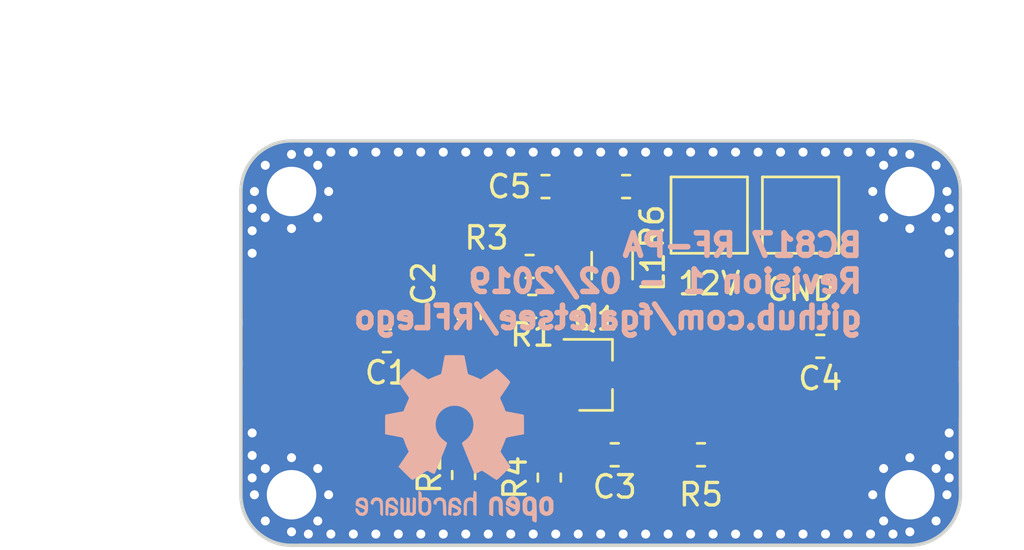
<source format=kicad_pcb>
(kicad_pcb (version 20171130) (host pcbnew "(5.0.1)-4")

  (general
    (thickness 1.6)
    (drawings 35)
    (tracks 101)
    (zones 0)
    (modules 22)
    (nets 11)
  )

  (page A4)
  (layers
    (0 F.Cu signal)
    (31 B.Cu signal)
    (32 B.Adhes user)
    (33 F.Adhes user)
    (34 B.Paste user)
    (35 F.Paste user)
    (36 B.SilkS user)
    (37 F.SilkS user)
    (38 B.Mask user hide)
    (39 F.Mask user hide)
    (40 Dwgs.User user)
    (41 Cmts.User user hide)
    (42 Eco1.User user)
    (43 Eco2.User user hide)
    (44 Edge.Cuts user hide)
    (45 Margin user)
    (46 B.CrtYd user)
    (47 F.CrtYd user)
    (48 B.Fab user hide)
    (49 F.Fab user)
  )

  (setup
    (last_trace_width 0.22)
    (user_trace_width 0.254)
    (user_trace_width 0.381)
    (user_trace_width 0.508)
    (trace_clearance 0.2)
    (zone_clearance 0)
    (zone_45_only no)
    (trace_min 0.2)
    (segment_width 0.15)
    (edge_width 0.15)
    (via_size 0.7)
    (via_drill 0.4)
    (via_min_size 0.6)
    (via_min_drill 0.3)
    (uvia_size 0.3)
    (uvia_drill 0.1)
    (uvias_allowed no)
    (uvia_min_size 0.2)
    (uvia_min_drill 0.1)
    (pcb_text_width 0.3)
    (pcb_text_size 1.5 1.5)
    (mod_edge_width 0.15)
    (mod_text_size 1 1)
    (mod_text_width 0.15)
    (pad_size 4.064 1.524)
    (pad_drill 0)
    (pad_to_mask_clearance 0.051)
    (solder_mask_min_width 0.25)
    (aux_axis_origin 100 100)
    (grid_origin 100 100)
    (visible_elements 7FFDFFFF)
    (pcbplotparams
      (layerselection 0x010fc_ffffffff)
      (usegerberextensions false)
      (usegerberattributes false)
      (usegerberadvancedattributes false)
      (creategerberjobfile false)
      (excludeedgelayer true)
      (linewidth 0.100000)
      (plotframeref false)
      (viasonmask false)
      (mode 1)
      (useauxorigin true)
      (hpglpennumber 1)
      (hpglpenspeed 20)
      (hpglpendiameter 15.000000)
      (psnegative false)
      (psa4output false)
      (plotreference true)
      (plotvalue true)
      (plotinvisibletext false)
      (padsonsilk false)
      (subtractmaskfromsilk false)
      (outputformat 1)
      (mirror false)
      (drillshape 0)
      (scaleselection 1)
      (outputdirectory ""))
  )

  (net 0 "")
  (net 1 GND)
  (net 2 "Net-(C1-Pad1)")
  (net 3 "Net-(C1-Pad2)")
  (net 4 "Net-(C2-Pad1)")
  (net 5 "Net-(C3-Pad1)")
  (net 6 "Net-(C3-Pad2)")
  (net 7 "Net-(C4-Pad2)")
  (net 8 "Net-(C4-Pad1)")
  (net 9 VCC)
  (net 10 "Net-(R6-Pad1)")

  (net_class Default "This is the default net class."
    (clearance 0.2)
    (trace_width 0.22)
    (via_dia 0.7)
    (via_drill 0.4)
    (uvia_dia 0.3)
    (uvia_drill 0.1)
    (diff_pair_gap 0.2)
    (diff_pair_width 0.2)
    (add_net GND)
    (add_net "Net-(C1-Pad1)")
    (add_net "Net-(C1-Pad2)")
    (add_net "Net-(C2-Pad1)")
    (add_net "Net-(C3-Pad1)")
    (add_net "Net-(C3-Pad2)")
    (add_net "Net-(C4-Pad1)")
    (add_net "Net-(C4-Pad2)")
    (add_net "Net-(R6-Pad1)")
    (add_net VCC)
  )

  (net_class "50 Ohm thin" ""
    (clearance 0.19)
    (trace_width 1)
    (via_dia 0.7)
    (via_drill 0.4)
    (uvia_dia 0.3)
    (uvia_drill 0.1)
    (diff_pair_gap 0.2)
    (diff_pair_width 0.2)
  )

  (net_class 50Ohm ""
    (clearance 0.32)
    (trace_width 1.5)
    (via_dia 0.7)
    (via_drill 0.4)
    (uvia_dia 0.3)
    (uvia_drill 0.1)
    (diff_pair_gap 0.2)
    (diff_pair_width 0.2)
  )

  (module MountingHole:MountingHole_2.2mm_M2_Pad_Via (layer F.Cu) (tedit 5C589B5C) (tstamp 5C654A6F)
    (at 102.25 102.25)
    (descr "Mounting Hole 2.2mm, M2")
    (tags "mounting hole 2.2mm m2")
    (path /5C581276)
    (attr virtual)
    (fp_text reference H1 (at 0 -3.2) (layer F.SilkS) hide
      (effects (font (size 1 1) (thickness 0.15)))
    )
    (fp_text value MountingHole_Pad (at 0 3.2) (layer F.Fab)
      (effects (font (size 1 1) (thickness 0.15)))
    )
    (fp_text user %R (at 0.3 0) (layer F.Fab)
      (effects (font (size 1 1) (thickness 0.15)))
    )
    (fp_circle (center 0 0) (end 2.2 0) (layer Cmts.User) (width 0.15))
    (fp_circle (center 0 0) (end 2.45 0) (layer F.CrtYd) (width 0.05))
    (pad 1 thru_hole circle (at 0 0) (size 4.4 4.4) (drill 2.2) (layers *.Cu *.Mask)
      (net 1 GND))
    (pad 1 thru_hole circle (at 1.65 0) (size 0.7 0.7) (drill 0.4) (layers *.Cu *.Mask)
      (net 1 GND))
    (pad 1 thru_hole circle (at 1.166726 1.166726) (size 0.7 0.7) (drill 0.4) (layers *.Cu *.Mask)
      (net 1 GND))
    (pad 1 thru_hole circle (at 0 1.65) (size 0.7 0.7) (drill 0.4) (layers *.Cu *.Mask)
      (net 1 GND))
    (pad 1 thru_hole circle (at -1.166726 1.166726) (size 0.7 0.7) (drill 0.4) (layers *.Cu *.Mask)
      (net 1 GND))
    (pad 1 thru_hole circle (at -1.65 0) (size 0.7 0.7) (drill 0.4) (layers *.Cu *.Mask)
      (net 1 GND))
    (pad 1 thru_hole circle (at -1.166726 -1.166726) (size 0.7 0.7) (drill 0.4) (layers *.Cu *.Mask)
      (net 1 GND))
    (pad 1 thru_hole circle (at 0 -1.65) (size 0.7 0.7) (drill 0.4) (layers *.Cu *.Mask)
      (net 1 GND))
    (pad 1 thru_hole circle (at 1.166726 -1.166726) (size 0.7 0.7) (drill 0.4) (layers *.Cu *.Mask)
      (net 1 GND))
  )

  (module MountingHole:MountingHole_2.2mm_M2_Pad_Via (layer F.Cu) (tedit 5C589B60) (tstamp 5C654BAF)
    (at 102.25 115.75)
    (descr "Mounting Hole 2.2mm, M2")
    (tags "mounting hole 2.2mm m2")
    (path /5C58129C)
    (attr virtual)
    (fp_text reference H2 (at 0 -3.2) (layer F.SilkS) hide
      (effects (font (size 1 1) (thickness 0.15)))
    )
    (fp_text value MountingHole_Pad (at 0 3.2) (layer F.Fab)
      (effects (font (size 1 1) (thickness 0.15)))
    )
    (fp_circle (center 0 0) (end 2.45 0) (layer F.CrtYd) (width 0.05))
    (fp_circle (center 0 0) (end 2.2 0) (layer Cmts.User) (width 0.15))
    (fp_text user %R (at 0.3 0) (layer F.Fab)
      (effects (font (size 1 1) (thickness 0.15)))
    )
    (pad 1 thru_hole circle (at 1.166726 -1.166726) (size 0.7 0.7) (drill 0.4) (layers *.Cu *.Mask)
      (net 1 GND))
    (pad 1 thru_hole circle (at 0 -1.65) (size 0.7 0.7) (drill 0.4) (layers *.Cu *.Mask)
      (net 1 GND))
    (pad 1 thru_hole circle (at -1.166726 -1.166726) (size 0.7 0.7) (drill 0.4) (layers *.Cu *.Mask)
      (net 1 GND))
    (pad 1 thru_hole circle (at -1.65 0) (size 0.7 0.7) (drill 0.4) (layers *.Cu *.Mask)
      (net 1 GND))
    (pad 1 thru_hole circle (at -1.166726 1.166726) (size 0.7 0.7) (drill 0.4) (layers *.Cu *.Mask)
      (net 1 GND))
    (pad 1 thru_hole circle (at 0 1.65) (size 0.7 0.7) (drill 0.4) (layers *.Cu *.Mask)
      (net 1 GND))
    (pad 1 thru_hole circle (at 1.166726 1.166726) (size 0.7 0.7) (drill 0.4) (layers *.Cu *.Mask)
      (net 1 GND))
    (pad 1 thru_hole circle (at 1.65 0) (size 0.7 0.7) (drill 0.4) (layers *.Cu *.Mask)
      (net 1 GND))
    (pad 1 thru_hole circle (at 0 0) (size 4.4 4.4) (drill 2.2) (layers *.Cu *.Mask)
      (net 1 GND))
  )

  (module MountingHole:MountingHole_2.2mm_M2_Pad_Via (layer F.Cu) (tedit 5C589B6A) (tstamp 5C654A8F)
    (at 129.75 102.25)
    (descr "Mounting Hole 2.2mm, M2")
    (tags "mounting hole 2.2mm m2")
    (path /5C589BDE)
    (attr virtual)
    (fp_text reference H3 (at 0 -3.2) (layer F.SilkS) hide
      (effects (font (size 1 1) (thickness 0.15)))
    )
    (fp_text value MountingHole_Pad (at 0 3.2) (layer F.Fab)
      (effects (font (size 1 1) (thickness 0.15)))
    )
    (fp_text user %R (at 0.3 0) (layer F.Fab)
      (effects (font (size 1 1) (thickness 0.15)))
    )
    (fp_circle (center 0 0) (end 2.2 0) (layer Cmts.User) (width 0.15))
    (fp_circle (center 0 0) (end 2.45 0) (layer F.CrtYd) (width 0.05))
    (pad 1 thru_hole circle (at 0 0) (size 4.4 4.4) (drill 2.2) (layers *.Cu *.Mask)
      (net 1 GND))
    (pad 1 thru_hole circle (at 1.65 0) (size 0.7 0.7) (drill 0.4) (layers *.Cu *.Mask)
      (net 1 GND))
    (pad 1 thru_hole circle (at 1.166726 1.166726) (size 0.7 0.7) (drill 0.4) (layers *.Cu *.Mask)
      (net 1 GND))
    (pad 1 thru_hole circle (at 0 1.65) (size 0.7 0.7) (drill 0.4) (layers *.Cu *.Mask)
      (net 1 GND))
    (pad 1 thru_hole circle (at -1.166726 1.166726) (size 0.7 0.7) (drill 0.4) (layers *.Cu *.Mask)
      (net 1 GND))
    (pad 1 thru_hole circle (at -1.65 0) (size 0.7 0.7) (drill 0.4) (layers *.Cu *.Mask)
      (net 1 GND))
    (pad 1 thru_hole circle (at -1.166726 -1.166726) (size 0.7 0.7) (drill 0.4) (layers *.Cu *.Mask)
      (net 1 GND))
    (pad 1 thru_hole circle (at 0 -1.65) (size 0.7 0.7) (drill 0.4) (layers *.Cu *.Mask)
      (net 1 GND))
    (pad 1 thru_hole circle (at 1.166726 -1.166726) (size 0.7 0.7) (drill 0.4) (layers *.Cu *.Mask)
      (net 1 GND))
  )

  (module MountingHole:MountingHole_2.2mm_M2_Pad_Via (layer F.Cu) (tedit 5C589B67) (tstamp 5C654A9F)
    (at 129.75 115.75)
    (descr "Mounting Hole 2.2mm, M2")
    (tags "mounting hole 2.2mm m2")
    (path /5C589CB1)
    (attr virtual)
    (fp_text reference H4 (at 0 -3.2) (layer F.SilkS) hide
      (effects (font (size 1 1) (thickness 0.15)))
    )
    (fp_text value MountingHole_Pad (at 0 3.2) (layer F.Fab)
      (effects (font (size 1 1) (thickness 0.15)))
    )
    (fp_circle (center 0 0) (end 2.45 0) (layer F.CrtYd) (width 0.05))
    (fp_circle (center 0 0) (end 2.2 0) (layer Cmts.User) (width 0.15))
    (fp_text user %R (at 0.3 0) (layer F.Fab)
      (effects (font (size 1 1) (thickness 0.15)))
    )
    (pad 1 thru_hole circle (at 1.166726 -1.166726) (size 0.7 0.7) (drill 0.4) (layers *.Cu *.Mask)
      (net 1 GND))
    (pad 1 thru_hole circle (at 0 -1.65) (size 0.7 0.7) (drill 0.4) (layers *.Cu *.Mask)
      (net 1 GND))
    (pad 1 thru_hole circle (at -1.166726 -1.166726) (size 0.7 0.7) (drill 0.4) (layers *.Cu *.Mask)
      (net 1 GND))
    (pad 1 thru_hole circle (at -1.65 0) (size 0.7 0.7) (drill 0.4) (layers *.Cu *.Mask)
      (net 1 GND))
    (pad 1 thru_hole circle (at -1.166726 1.166726) (size 0.7 0.7) (drill 0.4) (layers *.Cu *.Mask)
      (net 1 GND))
    (pad 1 thru_hole circle (at 0 1.65) (size 0.7 0.7) (drill 0.4) (layers *.Cu *.Mask)
      (net 1 GND))
    (pad 1 thru_hole circle (at 1.166726 1.166726) (size 0.7 0.7) (drill 0.4) (layers *.Cu *.Mask)
      (net 1 GND))
    (pad 1 thru_hole circle (at 1.65 0) (size 0.7 0.7) (drill 0.4) (layers *.Cu *.Mask)
      (net 1 GND))
    (pad 1 thru_hole circle (at 0 0) (size 4.4 4.4) (drill 2.2) (layers *.Cu *.Mask)
      (net 1 GND))
  )

  (module RFLego_Footprint:SMA_Edge (layer F.Cu) (tedit 5C589B63) (tstamp 5C654AA8)
    (at 100 109)
    (path /5C58165C)
    (fp_text reference J1 (at 2.1336 4.6482) (layer F.SilkS) hide
      (effects (font (size 1 1) (thickness 0.15)))
    )
    (fp_text value SMA (at 1.27 6.35) (layer F.Fab) hide
      (effects (font (size 1 1) (thickness 0.15)))
    )
    (pad 1 smd rect (at 2.032 0) (size 4.064 1.524) (layers F.Cu F.Mask)
      (net 3 "Net-(C1-Pad2)"))
    (pad 2 smd rect (at 2.032 -2.54) (size 4.064 1.524) (layers F.Cu F.Mask)
      (net 1 GND))
    (pad 2 smd rect (at 2.032 2.54) (size 4.064 1.524) (layers B.Cu B.Mask)
      (net 1 GND))
    (pad 2 smd rect (at 2.032 -2.54) (size 4.064 1.524) (layers B.Cu B.Mask)
      (net 1 GND))
    (pad 2 smd rect (at 2.032 2.54) (size 4.064 1.524) (layers F.Cu F.Mask)
      (net 1 GND))
  )

  (module RFLego_Footprint:SMA_Edge (layer F.Cu) (tedit 5C58AA95) (tstamp 5C654AB1)
    (at 127.968 109)
    (path /5C581B40)
    (fp_text reference J2 (at 2.1336 4.6482) (layer F.SilkS) hide
      (effects (font (size 1 1) (thickness 0.15)))
    )
    (fp_text value SMA (at 1.27 6.35) (layer F.Fab) hide
      (effects (font (size 1 1) (thickness 0.15)))
    )
    (pad 2 smd rect (at 2.032 2.54) (size 4.064 1.524) (layers F.Cu F.Mask)
      (net 1 GND))
    (pad 2 smd rect (at 2.032 -2.54) (size 4.064 1.524) (layers B.Cu B.Mask)
      (net 1 GND))
    (pad 2 smd rect (at 2.032 2.54) (size 4.064 1.524) (layers B.Cu B.Mask)
      (net 1 GND))
    (pad 2 smd rect (at 2.032 -2.54) (size 4.064 1.524) (layers F.Cu F.Mask)
      (net 1 GND))
    (pad 1 smd rect (at 2.032 0) (size 4.064 1.524) (layers F.Cu F.Mask)
      (net 8 "Net-(C4-Pad1)"))
  )

  (module Symbol:OSHW-Logo2_9.8x8mm_SilkScreen (layer B.Cu) (tedit 0) (tstamp 5C71C66D)
    (at 109.5 113.25 180)
    (descr "Open Source Hardware Symbol")
    (tags "Logo Symbol OSHW")
    (attr virtual)
    (fp_text reference REF** (at 0 0 180) (layer B.SilkS) hide
      (effects (font (size 1 1) (thickness 0.15)) (justify mirror))
    )
    (fp_text value OSHW-Logo2_9.8x8mm_SilkScreen (at 0.75 0 180) (layer B.Fab) hide
      (effects (font (size 1 1) (thickness 0.15)) (justify mirror))
    )
    (fp_poly (pts (xy 0.139878 3.712224) (xy 0.245612 3.711645) (xy 0.322132 3.710078) (xy 0.374372 3.707028)
      (xy 0.407263 3.702004) (xy 0.425737 3.694511) (xy 0.434727 3.684056) (xy 0.439163 3.670147)
      (xy 0.439594 3.668346) (xy 0.446333 3.635855) (xy 0.458808 3.571748) (xy 0.475719 3.482849)
      (xy 0.495771 3.375981) (xy 0.517664 3.257967) (xy 0.518429 3.253822) (xy 0.540359 3.138169)
      (xy 0.560877 3.035986) (xy 0.578659 2.953402) (xy 0.592381 2.896544) (xy 0.600718 2.871542)
      (xy 0.601116 2.871099) (xy 0.625677 2.85889) (xy 0.676315 2.838544) (xy 0.742095 2.814455)
      (xy 0.742461 2.814326) (xy 0.825317 2.783182) (xy 0.923 2.743509) (xy 1.015077 2.703619)
      (xy 1.019434 2.701647) (xy 1.169407 2.63358) (xy 1.501498 2.860361) (xy 1.603374 2.929496)
      (xy 1.695657 2.991303) (xy 1.773003 3.042267) (xy 1.830064 3.078873) (xy 1.861495 3.097606)
      (xy 1.864479 3.098996) (xy 1.887321 3.09281) (xy 1.929982 3.062965) (xy 1.994128 3.008053)
      (xy 2.081421 2.926666) (xy 2.170535 2.840078) (xy 2.256441 2.754753) (xy 2.333327 2.676892)
      (xy 2.396564 2.611303) (xy 2.441523 2.562795) (xy 2.463576 2.536175) (xy 2.464396 2.534805)
      (xy 2.466834 2.516537) (xy 2.45765 2.486705) (xy 2.434574 2.441279) (xy 2.395337 2.37623)
      (xy 2.33767 2.28753) (xy 2.260795 2.173343) (xy 2.19257 2.072838) (xy 2.131582 1.982697)
      (xy 2.081356 1.908151) (xy 2.045416 1.854435) (xy 2.027287 1.826782) (xy 2.026146 1.824905)
      (xy 2.028359 1.79841) (xy 2.045138 1.746914) (xy 2.073142 1.680149) (xy 2.083122 1.658828)
      (xy 2.126672 1.563841) (xy 2.173134 1.456063) (xy 2.210877 1.362808) (xy 2.238073 1.293594)
      (xy 2.259675 1.240994) (xy 2.272158 1.213503) (xy 2.273709 1.211384) (xy 2.296668 1.207876)
      (xy 2.350786 1.198262) (xy 2.428868 1.183911) (xy 2.523719 1.166193) (xy 2.628143 1.146475)
      (xy 2.734944 1.126126) (xy 2.836926 1.106514) (xy 2.926894 1.089009) (xy 2.997653 1.074978)
      (xy 3.042006 1.065791) (xy 3.052885 1.063193) (xy 3.064122 1.056782) (xy 3.072605 1.042303)
      (xy 3.078714 1.014867) (xy 3.082832 0.969589) (xy 3.085341 0.90158) (xy 3.086621 0.805953)
      (xy 3.087054 0.67782) (xy 3.087077 0.625299) (xy 3.087077 0.198155) (xy 2.9845 0.177909)
      (xy 2.927431 0.16693) (xy 2.842269 0.150905) (xy 2.739372 0.131767) (xy 2.629096 0.111449)
      (xy 2.598615 0.105868) (xy 2.496855 0.086083) (xy 2.408205 0.066627) (xy 2.340108 0.049303)
      (xy 2.300004 0.035912) (xy 2.293323 0.031921) (xy 2.276919 0.003658) (xy 2.253399 -0.051109)
      (xy 2.227316 -0.121588) (xy 2.222142 -0.136769) (xy 2.187956 -0.230896) (xy 2.145523 -0.337101)
      (xy 2.103997 -0.432473) (xy 2.103792 -0.432916) (xy 2.03464 -0.582525) (xy 2.489512 -1.251617)
      (xy 2.1975 -1.544116) (xy 2.10918 -1.63117) (xy 2.028625 -1.707909) (xy 1.96036 -1.770237)
      (xy 1.908908 -1.814056) (xy 1.878794 -1.83527) (xy 1.874474 -1.836616) (xy 1.849111 -1.826016)
      (xy 1.797358 -1.796547) (xy 1.724868 -1.751705) (xy 1.637294 -1.694984) (xy 1.542612 -1.631462)
      (xy 1.446516 -1.566668) (xy 1.360837 -1.510287) (xy 1.291016 -1.465788) (xy 1.242494 -1.436639)
      (xy 1.220782 -1.426308) (xy 1.194293 -1.43505) (xy 1.144062 -1.458087) (xy 1.080451 -1.490631)
      (xy 1.073708 -1.494249) (xy 0.988046 -1.53721) (xy 0.929306 -1.558279) (xy 0.892772 -1.558503)
      (xy 0.873731 -1.538928) (xy 0.87362 -1.538654) (xy 0.864102 -1.515472) (xy 0.841403 -1.460441)
      (xy 0.807282 -1.377822) (xy 0.7635 -1.271872) (xy 0.711816 -1.146852) (xy 0.653992 -1.00702)
      (xy 0.597991 -0.871637) (xy 0.536447 -0.722234) (xy 0.479939 -0.583832) (xy 0.430161 -0.460673)
      (xy 0.388806 -0.357002) (xy 0.357568 -0.277059) (xy 0.338141 -0.225088) (xy 0.332154 -0.205692)
      (xy 0.347168 -0.183443) (xy 0.386439 -0.147982) (xy 0.438807 -0.108887) (xy 0.587941 0.014755)
      (xy 0.704511 0.156478) (xy 0.787118 0.313296) (xy 0.834366 0.482225) (xy 0.844857 0.660278)
      (xy 0.837231 0.742461) (xy 0.795682 0.912969) (xy 0.724123 1.063541) (xy 0.626995 1.192691)
      (xy 0.508734 1.298936) (xy 0.37378 1.38079) (xy 0.226571 1.436768) (xy 0.071544 1.465385)
      (xy -0.086861 1.465156) (xy -0.244206 1.434595) (xy -0.396054 1.372218) (xy -0.537965 1.27654)
      (xy -0.597197 1.222428) (xy -0.710797 1.08348) (xy -0.789894 0.931639) (xy -0.835014 0.771333)
      (xy -0.846684 0.606988) (xy -0.825431 0.443029) (xy -0.77178 0.283882) (xy -0.68626 0.133975)
      (xy -0.569395 -0.002267) (xy -0.438807 -0.108887) (xy -0.384412 -0.149642) (xy -0.345986 -0.184718)
      (xy -0.332154 -0.205726) (xy -0.339397 -0.228635) (xy -0.359995 -0.283365) (xy -0.392254 -0.365672)
      (xy -0.434479 -0.471315) (xy -0.484977 -0.59605) (xy -0.542052 -0.735636) (xy -0.598146 -0.87167)
      (xy -0.660033 -1.021201) (xy -0.717356 -1.159767) (xy -0.768356 -1.283107) (xy -0.811273 -1.386964)
      (xy -0.844347 -1.46708) (xy -0.865819 -1.519195) (xy -0.873775 -1.538654) (xy -0.892571 -1.558423)
      (xy -0.928926 -1.558365) (xy -0.987521 -1.537441) (xy -1.073032 -1.494613) (xy -1.073708 -1.494249)
      (xy -1.138093 -1.461012) (xy -1.190139 -1.436802) (xy -1.219488 -1.426404) (xy -1.220783 -1.426308)
      (xy -1.242876 -1.436855) (xy -1.291652 -1.466184) (xy -1.361669 -1.510827) (xy -1.447486 -1.567314)
      (xy -1.542612 -1.631462) (xy -1.63946 -1.696411) (xy -1.726747 -1.752896) (xy -1.798819 -1.797421)
      (xy -1.850023 -1.82649) (xy -1.874474 -1.836616) (xy -1.89699 -1.823307) (xy -1.942258 -1.786112)
      (xy -2.005756 -1.729128) (xy -2.082961 -1.656449) (xy -2.169349 -1.572171) (xy -2.197601 -1.544016)
      (xy -2.489713 -1.251416) (xy -2.267369 -0.925104) (xy -2.199798 -0.824897) (xy -2.140493 -0.734963)
      (xy -2.092783 -0.66051) (xy -2.059993 -0.606751) (xy -2.045452 -0.578894) (xy -2.045026 -0.576912)
      (xy -2.052692 -0.550655) (xy -2.073311 -0.497837) (xy -2.103315 -0.42731) (xy -2.124375 -0.380093)
      (xy -2.163752 -0.289694) (xy -2.200835 -0.198366) (xy -2.229585 -0.1212) (xy -2.237395 -0.097692)
      (xy -2.259583 -0.034916) (xy -2.281273 0.013589) (xy -2.293187 0.031921) (xy -2.319477 0.043141)
      (xy -2.376858 0.059046) (xy -2.457882 0.077833) (xy -2.555105 0.097701) (xy -2.598615 0.105868)
      (xy -2.709104 0.126171) (xy -2.815084 0.14583) (xy -2.906199 0.162912) (xy -2.972092 0.175482)
      (xy -2.9845 0.177909) (xy -3.087077 0.198155) (xy -3.087077 0.625299) (xy -3.086847 0.765754)
      (xy -3.085901 0.872021) (xy -3.083859 0.948987) (xy -3.080338 1.00154) (xy -3.074957 1.034567)
      (xy -3.067334 1.052955) (xy -3.057088 1.061592) (xy -3.052885 1.063193) (xy -3.02753 1.068873)
      (xy -2.971516 1.080205) (xy -2.892036 1.095821) (xy -2.796288 1.114353) (xy -2.691467 1.134431)
      (xy -2.584768 1.154688) (xy -2.483387 1.173754) (xy -2.394521 1.190261) (xy -2.325363 1.202841)
      (xy -2.283111 1.210125) (xy -2.27371 1.211384) (xy -2.265193 1.228237) (xy -2.24634 1.27313)
      (xy -2.220676 1.33757) (xy -2.210877 1.362808) (xy -2.171352 1.460314) (xy -2.124808 1.568041)
      (xy -2.083123 1.658828) (xy -2.05245 1.728247) (xy -2.032044 1.78529) (xy -2.025232 1.820223)
      (xy -2.026318 1.824905) (xy -2.040715 1.847009) (xy -2.073588 1.896169) (xy -2.12141 1.967152)
      (xy -2.180652 2.054722) (xy -2.247785 2.153643) (xy -2.261059 2.17317) (xy -2.338954 2.28886)
      (xy -2.396213 2.376956) (xy -2.435119 2.441514) (xy -2.457956 2.486589) (xy -2.467006 2.516237)
      (xy -2.464552 2.534515) (xy -2.464489 2.534631) (xy -2.445173 2.558639) (xy -2.402449 2.605053)
      (xy -2.340949 2.669063) (xy -2.265302 2.745855) (xy -2.180139 2.830618) (xy -2.170535 2.840078)
      (xy -2.06321 2.944011) (xy -1.980385 3.020325) (xy -1.920395 3.070429) (xy -1.881577 3.09573)
      (xy -1.86448 3.098996) (xy -1.839527 3.08475) (xy -1.787745 3.051844) (xy -1.71448 3.003792)
      (xy -1.62508 2.94411) (xy -1.524889 2.876312) (xy -1.501499 2.860361) (xy -1.169407 2.63358)
      (xy -1.019435 2.701647) (xy -0.92823 2.741315) (xy -0.830331 2.781209) (xy -0.746169 2.813017)
      (xy -0.742462 2.814326) (xy -0.676631 2.838424) (xy -0.625884 2.8588) (xy -0.601158 2.871064)
      (xy -0.601116 2.871099) (xy -0.593271 2.893266) (xy -0.579934 2.947783) (xy -0.56243 3.02852)
      (xy -0.542083 3.12935) (xy -0.520218 3.244144) (xy -0.518429 3.253822) (xy -0.496496 3.372096)
      (xy -0.47636 3.479458) (xy -0.45932 3.569083) (xy -0.446672 3.634149) (xy -0.439716 3.667832)
      (xy -0.439594 3.668346) (xy -0.435361 3.682675) (xy -0.427129 3.693493) (xy -0.409967 3.701294)
      (xy -0.378942 3.706571) (xy -0.329122 3.709818) (xy -0.255576 3.711528) (xy -0.153371 3.712193)
      (xy -0.017575 3.712307) (xy 0 3.712308) (xy 0.139878 3.712224)) (layer B.SilkS) (width 0.01))
    (fp_poly (pts (xy 4.245224 -2.647838) (xy 4.322528 -2.698361) (xy 4.359814 -2.74359) (xy 4.389353 -2.825663)
      (xy 4.391699 -2.890607) (xy 4.386385 -2.977445) (xy 4.186115 -3.065103) (xy 4.088739 -3.109887)
      (xy 4.025113 -3.145913) (xy 3.992029 -3.177117) (xy 3.98628 -3.207436) (xy 4.004658 -3.240805)
      (xy 4.024923 -3.262923) (xy 4.083889 -3.298393) (xy 4.148024 -3.300879) (xy 4.206926 -3.273235)
      (xy 4.250197 -3.21832) (xy 4.257936 -3.198928) (xy 4.295006 -3.138364) (xy 4.337654 -3.112552)
      (xy 4.396154 -3.090471) (xy 4.396154 -3.174184) (xy 4.390982 -3.23115) (xy 4.370723 -3.279189)
      (xy 4.328262 -3.334346) (xy 4.321951 -3.341514) (xy 4.27472 -3.390585) (xy 4.234121 -3.41692)
      (xy 4.183328 -3.429035) (xy 4.14122 -3.433003) (xy 4.065902 -3.433991) (xy 4.012286 -3.421466)
      (xy 3.978838 -3.402869) (xy 3.926268 -3.361975) (xy 3.889879 -3.317748) (xy 3.86685 -3.262126)
      (xy 3.854359 -3.187047) (xy 3.849587 -3.084449) (xy 3.849206 -3.032376) (xy 3.850501 -2.969948)
      (xy 3.968471 -2.969948) (xy 3.969839 -3.003438) (xy 3.973249 -3.008923) (xy 3.995753 -3.001472)
      (xy 4.044182 -2.981753) (xy 4.108908 -2.953718) (xy 4.122443 -2.947692) (xy 4.204244 -2.906096)
      (xy 4.249312 -2.869538) (xy 4.259217 -2.835296) (xy 4.235526 -2.800648) (xy 4.21596 -2.785339)
      (xy 4.14536 -2.754721) (xy 4.07928 -2.75978) (xy 4.023959 -2.797151) (xy 3.985636 -2.863473)
      (xy 3.973349 -2.916116) (xy 3.968471 -2.969948) (xy 3.850501 -2.969948) (xy 3.85173 -2.91072)
      (xy 3.861032 -2.82071) (xy 3.87946 -2.755167) (xy 3.90936 -2.706912) (xy 3.95308 -2.668767)
      (xy 3.972141 -2.65644) (xy 4.058726 -2.624336) (xy 4.153522 -2.622316) (xy 4.245224 -2.647838)) (layer B.SilkS) (width 0.01))
    (fp_poly (pts (xy 3.570807 -2.636782) (xy 3.594161 -2.646988) (xy 3.649902 -2.691134) (xy 3.697569 -2.754967)
      (xy 3.727048 -2.823087) (xy 3.731846 -2.85667) (xy 3.71576 -2.903556) (xy 3.680475 -2.928365)
      (xy 3.642644 -2.943387) (xy 3.625321 -2.946155) (xy 3.616886 -2.926066) (xy 3.60023 -2.882351)
      (xy 3.592923 -2.862598) (xy 3.551948 -2.794271) (xy 3.492622 -2.760191) (xy 3.416552 -2.761239)
      (xy 3.410918 -2.762581) (xy 3.370305 -2.781836) (xy 3.340448 -2.819375) (xy 3.320055 -2.879809)
      (xy 3.307836 -2.967751) (xy 3.3025 -3.087813) (xy 3.302 -3.151698) (xy 3.301752 -3.252403)
      (xy 3.300126 -3.321054) (xy 3.295801 -3.364673) (xy 3.287454 -3.390282) (xy 3.273765 -3.404903)
      (xy 3.253411 -3.415558) (xy 3.252234 -3.416095) (xy 3.213038 -3.432667) (xy 3.193619 -3.438769)
      (xy 3.190635 -3.420319) (xy 3.188081 -3.369323) (xy 3.18614 -3.292308) (xy 3.184997 -3.195805)
      (xy 3.184769 -3.125184) (xy 3.185932 -2.988525) (xy 3.190479 -2.884851) (xy 3.199999 -2.808108)
      (xy 3.216081 -2.752246) (xy 3.240313 -2.711212) (xy 3.274286 -2.678954) (xy 3.307833 -2.65644)
      (xy 3.388499 -2.626476) (xy 3.482381 -2.619718) (xy 3.570807 -2.636782)) (layer B.SilkS) (width 0.01))
    (fp_poly (pts (xy 2.887333 -2.633528) (xy 2.94359 -2.659117) (xy 2.987747 -2.690124) (xy 3.020101 -2.724795)
      (xy 3.042438 -2.76952) (xy 3.056546 -2.830692) (xy 3.064211 -2.914701) (xy 3.06722 -3.02794)
      (xy 3.067538 -3.102509) (xy 3.067538 -3.39342) (xy 3.017773 -3.416095) (xy 2.978576 -3.432667)
      (xy 2.959157 -3.438769) (xy 2.955442 -3.42061) (xy 2.952495 -3.371648) (xy 2.950691 -3.300153)
      (xy 2.950308 -3.243385) (xy 2.948661 -3.161371) (xy 2.944222 -3.096309) (xy 2.93774 -3.056467)
      (xy 2.93259 -3.048) (xy 2.897977 -3.056646) (xy 2.84364 -3.078823) (xy 2.780722 -3.108886)
      (xy 2.720368 -3.141192) (xy 2.673721 -3.170098) (xy 2.651926 -3.189961) (xy 2.651839 -3.190175)
      (xy 2.653714 -3.226935) (xy 2.670525 -3.262026) (xy 2.700039 -3.290528) (xy 2.743116 -3.300061)
      (xy 2.779932 -3.29895) (xy 2.832074 -3.298133) (xy 2.859444 -3.310349) (xy 2.875882 -3.342624)
      (xy 2.877955 -3.34871) (xy 2.885081 -3.394739) (xy 2.866024 -3.422687) (xy 2.816353 -3.436007)
      (xy 2.762697 -3.43847) (xy 2.666142 -3.42021) (xy 2.616159 -3.394131) (xy 2.554429 -3.332868)
      (xy 2.52169 -3.25767) (xy 2.518753 -3.178211) (xy 2.546424 -3.104167) (xy 2.588047 -3.057769)
      (xy 2.629604 -3.031793) (xy 2.694922 -2.998907) (xy 2.771038 -2.965557) (xy 2.783726 -2.960461)
      (xy 2.867333 -2.923565) (xy 2.91553 -2.891046) (xy 2.93103 -2.858718) (xy 2.91655 -2.822394)
      (xy 2.891692 -2.794) (xy 2.832939 -2.759039) (xy 2.768293 -2.756417) (xy 2.709008 -2.783358)
      (xy 2.666339 -2.837088) (xy 2.660739 -2.85095) (xy 2.628133 -2.901936) (xy 2.58053 -2.939787)
      (xy 2.520461 -2.97085) (xy 2.520461 -2.882768) (xy 2.523997 -2.828951) (xy 2.539156 -2.786534)
      (xy 2.572768 -2.741279) (xy 2.605035 -2.70642) (xy 2.655209 -2.657062) (xy 2.694193 -2.630547)
      (xy 2.736064 -2.619911) (xy 2.78346 -2.618154) (xy 2.887333 -2.633528)) (layer B.SilkS) (width 0.01))
    (fp_poly (pts (xy 2.395929 -2.636662) (xy 2.398911 -2.688068) (xy 2.401247 -2.766192) (xy 2.402749 -2.864857)
      (xy 2.403231 -2.968343) (xy 2.403231 -3.318533) (xy 2.341401 -3.380363) (xy 2.298793 -3.418462)
      (xy 2.26139 -3.433895) (xy 2.21027 -3.432918) (xy 2.189978 -3.430433) (xy 2.126554 -3.4232)
      (xy 2.074095 -3.419055) (xy 2.061308 -3.418672) (xy 2.018199 -3.421176) (xy 1.956544 -3.427462)
      (xy 1.932638 -3.430433) (xy 1.873922 -3.435028) (xy 1.834464 -3.425046) (xy 1.795338 -3.394228)
      (xy 1.781215 -3.380363) (xy 1.719385 -3.318533) (xy 1.719385 -2.663503) (xy 1.76915 -2.640829)
      (xy 1.812002 -2.624034) (xy 1.837073 -2.618154) (xy 1.843501 -2.636736) (xy 1.849509 -2.688655)
      (xy 1.854697 -2.768172) (xy 1.858664 -2.869546) (xy 1.860577 -2.955192) (xy 1.865923 -3.292231)
      (xy 1.91256 -3.298825) (xy 1.954976 -3.294214) (xy 1.97576 -3.279287) (xy 1.98157 -3.251377)
      (xy 1.98653 -3.191925) (xy 1.990246 -3.108466) (xy 1.992324 -3.008532) (xy 1.992624 -2.957104)
      (xy 1.992923 -2.661054) (xy 2.054454 -2.639604) (xy 2.098004 -2.62502) (xy 2.121694 -2.618219)
      (xy 2.122377 -2.618154) (xy 2.124754 -2.636642) (xy 2.127366 -2.687906) (xy 2.129995 -2.765649)
      (xy 2.132421 -2.863574) (xy 2.134115 -2.955192) (xy 2.139461 -3.292231) (xy 2.256692 -3.292231)
      (xy 2.262072 -2.984746) (xy 2.267451 -2.677261) (xy 2.324601 -2.647707) (xy 2.366797 -2.627413)
      (xy 2.39177 -2.618204) (xy 2.392491 -2.618154) (xy 2.395929 -2.636662)) (layer B.SilkS) (width 0.01))
    (fp_poly (pts (xy 1.602081 -2.780289) (xy 1.601833 -2.92632) (xy 1.600872 -3.038655) (xy 1.598794 -3.122678)
      (xy 1.595193 -3.183769) (xy 1.589665 -3.227309) (xy 1.581804 -3.258679) (xy 1.571207 -3.283262)
      (xy 1.563182 -3.297294) (xy 1.496728 -3.373388) (xy 1.41247 -3.421084) (xy 1.319249 -3.438199)
      (xy 1.2259 -3.422546) (xy 1.170312 -3.394418) (xy 1.111957 -3.34576) (xy 1.072186 -3.286333)
      (xy 1.04819 -3.208507) (xy 1.037161 -3.104652) (xy 1.035599 -3.028462) (xy 1.035809 -3.022986)
      (xy 1.172308 -3.022986) (xy 1.173141 -3.110355) (xy 1.176961 -3.168192) (xy 1.185746 -3.206029)
      (xy 1.201474 -3.233398) (xy 1.220266 -3.254042) (xy 1.283375 -3.29389) (xy 1.351137 -3.297295)
      (xy 1.415179 -3.264025) (xy 1.420164 -3.259517) (xy 1.441439 -3.236067) (xy 1.454779 -3.208166)
      (xy 1.462001 -3.166641) (xy 1.464923 -3.102316) (xy 1.465385 -3.0312) (xy 1.464383 -2.941858)
      (xy 1.460238 -2.882258) (xy 1.451236 -2.843089) (xy 1.435667 -2.81504) (xy 1.422902 -2.800144)
      (xy 1.3636 -2.762575) (xy 1.295301 -2.758057) (xy 1.23011 -2.786753) (xy 1.217528 -2.797406)
      (xy 1.196111 -2.821063) (xy 1.182744 -2.849251) (xy 1.175566 -2.891245) (xy 1.172719 -2.956319)
      (xy 1.172308 -3.022986) (xy 1.035809 -3.022986) (xy 1.040322 -2.905765) (xy 1.056362 -2.813577)
      (xy 1.086528 -2.744269) (xy 1.133629 -2.690211) (xy 1.170312 -2.662505) (xy 1.23699 -2.632572)
      (xy 1.314272 -2.618678) (xy 1.38611 -2.622397) (xy 1.426308 -2.6374) (xy 1.442082 -2.64167)
      (xy 1.45255 -2.62575) (xy 1.459856 -2.583089) (xy 1.465385 -2.518106) (xy 1.471437 -2.445732)
      (xy 1.479844 -2.402187) (xy 1.495141 -2.377287) (xy 1.521864 -2.360845) (xy 1.538654 -2.353564)
      (xy 1.602154 -2.326963) (xy 1.602081 -2.780289)) (layer B.SilkS) (width 0.01))
    (fp_poly (pts (xy 0.713362 -2.62467) (xy 0.802117 -2.657421) (xy 0.874022 -2.71535) (xy 0.902144 -2.756128)
      (xy 0.932802 -2.830954) (xy 0.932165 -2.885058) (xy 0.899987 -2.921446) (xy 0.888081 -2.927633)
      (xy 0.836675 -2.946925) (xy 0.810422 -2.941982) (xy 0.80153 -2.909587) (xy 0.801077 -2.891692)
      (xy 0.784797 -2.825859) (xy 0.742365 -2.779807) (xy 0.683388 -2.757564) (xy 0.617475 -2.763161)
      (xy 0.563895 -2.792229) (xy 0.545798 -2.80881) (xy 0.532971 -2.828925) (xy 0.524306 -2.859332)
      (xy 0.518696 -2.906788) (xy 0.515035 -2.97805) (xy 0.512215 -3.079875) (xy 0.511484 -3.112115)
      (xy 0.50882 -3.22241) (xy 0.505792 -3.300036) (xy 0.50125 -3.351396) (xy 0.494046 -3.38289)
      (xy 0.483033 -3.40092) (xy 0.46706 -3.411888) (xy 0.456834 -3.416733) (xy 0.413406 -3.433301)
      (xy 0.387842 -3.438769) (xy 0.379395 -3.420507) (xy 0.374239 -3.365296) (xy 0.372346 -3.272499)
      (xy 0.373689 -3.141478) (xy 0.374107 -3.121269) (xy 0.377058 -3.001733) (xy 0.380548 -2.914449)
      (xy 0.385514 -2.852591) (xy 0.392893 -2.809336) (xy 0.403624 -2.77786) (xy 0.418645 -2.751339)
      (xy 0.426502 -2.739975) (xy 0.471553 -2.689692) (xy 0.52194 -2.650581) (xy 0.528108 -2.647167)
      (xy 0.618458 -2.620212) (xy 0.713362 -2.62467)) (layer B.SilkS) (width 0.01))
    (fp_poly (pts (xy 0.053501 -2.626303) (xy 0.13006 -2.654733) (xy 0.130936 -2.655279) (xy 0.178285 -2.690127)
      (xy 0.213241 -2.730852) (xy 0.237825 -2.783925) (xy 0.254062 -2.855814) (xy 0.263975 -2.952992)
      (xy 0.269586 -3.081928) (xy 0.270077 -3.100298) (xy 0.277141 -3.377287) (xy 0.217695 -3.408028)
      (xy 0.174681 -3.428802) (xy 0.14871 -3.438646) (xy 0.147509 -3.438769) (xy 0.143014 -3.420606)
      (xy 0.139444 -3.371612) (xy 0.137248 -3.300031) (xy 0.136769 -3.242068) (xy 0.136758 -3.14817)
      (xy 0.132466 -3.089203) (xy 0.117503 -3.061079) (xy 0.085482 -3.059706) (xy 0.030014 -3.080998)
      (xy -0.053731 -3.120136) (xy -0.115311 -3.152643) (xy -0.146983 -3.180845) (xy -0.156294 -3.211582)
      (xy -0.156308 -3.213104) (xy -0.140943 -3.266054) (xy -0.095453 -3.29466) (xy -0.025834 -3.298803)
      (xy 0.024313 -3.298084) (xy 0.050754 -3.312527) (xy 0.067243 -3.347218) (xy 0.076733 -3.391416)
      (xy 0.063057 -3.416493) (xy 0.057907 -3.420082) (xy 0.009425 -3.434496) (xy -0.058469 -3.436537)
      (xy -0.128388 -3.426983) (xy -0.177932 -3.409522) (xy -0.24643 -3.351364) (xy -0.285366 -3.270408)
      (xy -0.293077 -3.20716) (xy -0.287193 -3.150111) (xy -0.265899 -3.103542) (xy -0.223735 -3.062181)
      (xy -0.155241 -3.020755) (xy -0.054956 -2.973993) (xy -0.048846 -2.97135) (xy 0.04149 -2.929617)
      (xy 0.097235 -2.895391) (xy 0.121129 -2.864635) (xy 0.115913 -2.833311) (xy 0.084328 -2.797383)
      (xy 0.074883 -2.789116) (xy 0.011617 -2.757058) (xy -0.053936 -2.758407) (xy -0.111028 -2.789838)
      (xy -0.148907 -2.848024) (xy -0.152426 -2.859446) (xy -0.1867 -2.914837) (xy -0.230191 -2.941518)
      (xy -0.293077 -2.96796) (xy -0.293077 -2.899548) (xy -0.273948 -2.80011) (xy -0.217169 -2.708902)
      (xy -0.187622 -2.678389) (xy -0.120458 -2.639228) (xy -0.035044 -2.6215) (xy 0.053501 -2.626303)) (layer B.SilkS) (width 0.01))
    (fp_poly (pts (xy -0.840154 -2.49212) (xy -0.834428 -2.57198) (xy -0.827851 -2.619039) (xy -0.818738 -2.639566)
      (xy -0.805402 -2.639829) (xy -0.801077 -2.637378) (xy -0.743556 -2.619636) (xy -0.668732 -2.620672)
      (xy -0.592661 -2.63891) (xy -0.545082 -2.662505) (xy -0.496298 -2.700198) (xy -0.460636 -2.742855)
      (xy -0.436155 -2.797057) (xy -0.420913 -2.869384) (xy -0.41297 -2.966419) (xy -0.410384 -3.094742)
      (xy -0.410338 -3.119358) (xy -0.410308 -3.39587) (xy -0.471839 -3.41732) (xy -0.515541 -3.431912)
      (xy -0.539518 -3.438706) (xy -0.540223 -3.438769) (xy -0.542585 -3.420345) (xy -0.544594 -3.369526)
      (xy -0.546099 -3.292993) (xy -0.546947 -3.19743) (xy -0.547077 -3.139329) (xy -0.547349 -3.024771)
      (xy -0.548748 -2.942667) (xy -0.552151 -2.886393) (xy -0.558433 -2.849326) (xy -0.568471 -2.824844)
      (xy -0.583139 -2.806325) (xy -0.592298 -2.797406) (xy -0.655211 -2.761466) (xy -0.723864 -2.758775)
      (xy -0.786152 -2.78917) (xy -0.797671 -2.800144) (xy -0.814567 -2.820779) (xy -0.826286 -2.845256)
      (xy -0.833767 -2.880647) (xy -0.837946 -2.934026) (xy -0.839763 -3.012466) (xy -0.840154 -3.120617)
      (xy -0.840154 -3.39587) (xy -0.901685 -3.41732) (xy -0.945387 -3.431912) (xy -0.969364 -3.438706)
      (xy -0.97007 -3.438769) (xy -0.971874 -3.420069) (xy -0.9735 -3.367322) (xy -0.974883 -3.285557)
      (xy -0.975958 -3.179805) (xy -0.97666 -3.055094) (xy -0.976923 -2.916455) (xy -0.976923 -2.381806)
      (xy -0.849923 -2.328236) (xy -0.840154 -2.49212)) (layer B.SilkS) (width 0.01))
    (fp_poly (pts (xy -2.465746 -2.599745) (xy -2.388714 -2.651567) (xy -2.329184 -2.726412) (xy -2.293622 -2.821654)
      (xy -2.286429 -2.891756) (xy -2.287246 -2.921009) (xy -2.294086 -2.943407) (xy -2.312888 -2.963474)
      (xy -2.349592 -2.985733) (xy -2.410138 -3.014709) (xy -2.500466 -3.054927) (xy -2.500923 -3.055129)
      (xy -2.584067 -3.09321) (xy -2.652247 -3.127025) (xy -2.698495 -3.152933) (xy -2.715842 -3.167295)
      (xy -2.715846 -3.167411) (xy -2.700557 -3.198685) (xy -2.664804 -3.233157) (xy -2.623758 -3.25799)
      (xy -2.602963 -3.262923) (xy -2.54623 -3.245862) (xy -2.497373 -3.203133) (xy -2.473535 -3.156155)
      (xy -2.450603 -3.121522) (xy -2.405682 -3.082081) (xy -2.352877 -3.048009) (xy -2.30629 -3.02948)
      (xy -2.296548 -3.028462) (xy -2.285582 -3.045215) (xy -2.284921 -3.088039) (xy -2.29298 -3.145781)
      (xy -2.308173 -3.207289) (xy -2.328914 -3.261409) (xy -2.329962 -3.26351) (xy -2.392379 -3.35066)
      (xy -2.473274 -3.409939) (xy -2.565144 -3.439034) (xy -2.660487 -3.435634) (xy -2.751802 -3.397428)
      (xy -2.755862 -3.394741) (xy -2.827694 -3.329642) (xy -2.874927 -3.244705) (xy -2.901066 -3.133021)
      (xy -2.904574 -3.101643) (xy -2.910787 -2.953536) (xy -2.903339 -2.884468) (xy -2.715846 -2.884468)
      (xy -2.71341 -2.927552) (xy -2.700086 -2.940126) (xy -2.666868 -2.930719) (xy -2.614506 -2.908483)
      (xy -2.555976 -2.88061) (xy -2.554521 -2.879872) (xy -2.504911 -2.853777) (xy -2.485 -2.836363)
      (xy -2.48991 -2.818107) (xy -2.510584 -2.79412) (xy -2.563181 -2.759406) (xy -2.619823 -2.756856)
      (xy -2.670631 -2.782119) (xy -2.705724 -2.830847) (xy -2.715846 -2.884468) (xy -2.903339 -2.884468)
      (xy -2.898008 -2.835036) (xy -2.865222 -2.741055) (xy -2.819579 -2.675215) (xy -2.737198 -2.608681)
      (xy -2.646454 -2.575676) (xy -2.553815 -2.573573) (xy -2.465746 -2.599745)) (layer B.SilkS) (width 0.01))
    (fp_poly (pts (xy -3.983114 -2.587256) (xy -3.891536 -2.635409) (xy -3.823951 -2.712905) (xy -3.799943 -2.762727)
      (xy -3.781262 -2.837533) (xy -3.771699 -2.932052) (xy -3.770792 -3.03521) (xy -3.778079 -3.135935)
      (xy -3.793097 -3.223153) (xy -3.815385 -3.285791) (xy -3.822235 -3.296579) (xy -3.903368 -3.377105)
      (xy -3.999734 -3.425336) (xy -4.104299 -3.43945) (xy -4.210032 -3.417629) (xy -4.239457 -3.404547)
      (xy -4.296759 -3.364231) (xy -4.34705 -3.310775) (xy -4.351803 -3.303995) (xy -4.371122 -3.271321)
      (xy -4.383892 -3.236394) (xy -4.391436 -3.190414) (xy -4.395076 -3.124584) (xy -4.396135 -3.030105)
      (xy -4.396154 -3.008923) (xy -4.396106 -3.002182) (xy -4.200769 -3.002182) (xy -4.199632 -3.091349)
      (xy -4.195159 -3.15052) (xy -4.185754 -3.188741) (xy -4.169824 -3.215053) (xy -4.161692 -3.223846)
      (xy -4.114942 -3.257261) (xy -4.069553 -3.255737) (xy -4.02366 -3.226752) (xy -3.996288 -3.195809)
      (xy -3.980077 -3.150643) (xy -3.970974 -3.07942) (xy -3.970349 -3.071114) (xy -3.968796 -2.942037)
      (xy -3.985035 -2.846172) (xy -4.018848 -2.784107) (xy -4.070016 -2.756432) (xy -4.08828 -2.754923)
      (xy -4.13624 -2.762513) (xy -4.169047 -2.788808) (xy -4.189105 -2.839095) (xy -4.198822 -2.918664)
      (xy -4.200769 -3.002182) (xy -4.396106 -3.002182) (xy -4.395426 -2.908249) (xy -4.392371 -2.837906)
      (xy -4.385678 -2.789163) (xy -4.37404 -2.753288) (xy -4.356147 -2.721548) (xy -4.352192 -2.715648)
      (xy -4.285733 -2.636104) (xy -4.213315 -2.589929) (xy -4.125151 -2.571599) (xy -4.095213 -2.570703)
      (xy -3.983114 -2.587256)) (layer B.SilkS) (width 0.01))
    (fp_poly (pts (xy -1.728336 -2.595089) (xy -1.665633 -2.631358) (xy -1.622039 -2.667358) (xy -1.590155 -2.705075)
      (xy -1.56819 -2.751199) (xy -1.554351 -2.812421) (xy -1.546847 -2.895431) (xy -1.543883 -3.006919)
      (xy -1.543539 -3.087062) (xy -1.543539 -3.382065) (xy -1.709615 -3.456515) (xy -1.719385 -3.133402)
      (xy -1.723421 -3.012729) (xy -1.727656 -2.925141) (xy -1.732903 -2.86465) (xy -1.739975 -2.825268)
      (xy -1.749689 -2.801007) (xy -1.762856 -2.78588) (xy -1.767081 -2.782606) (xy -1.831091 -2.757034)
      (xy -1.895792 -2.767153) (xy -1.934308 -2.794) (xy -1.949975 -2.813024) (xy -1.96082 -2.837988)
      (xy -1.967712 -2.875834) (xy -1.971521 -2.933502) (xy -1.973117 -3.017935) (xy -1.973385 -3.105928)
      (xy -1.973437 -3.216323) (xy -1.975328 -3.294463) (xy -1.981655 -3.347165) (xy -1.995017 -3.381242)
      (xy -2.018015 -3.403511) (xy -2.053246 -3.420787) (xy -2.100303 -3.438738) (xy -2.151697 -3.458278)
      (xy -2.145579 -3.111485) (xy -2.143116 -2.986468) (xy -2.140233 -2.894082) (xy -2.136102 -2.827881)
      (xy -2.129893 -2.78142) (xy -2.120774 -2.748256) (xy -2.107917 -2.721944) (xy -2.092416 -2.698729)
      (xy -2.017629 -2.624569) (xy -1.926372 -2.581684) (xy -1.827117 -2.571412) (xy -1.728336 -2.595089)) (layer B.SilkS) (width 0.01))
    (fp_poly (pts (xy -3.231114 -2.584505) (xy -3.156461 -2.621727) (xy -3.090569 -2.690261) (xy -3.072423 -2.715648)
      (xy -3.052655 -2.748866) (xy -3.039828 -2.784945) (xy -3.03249 -2.833098) (xy -3.029187 -2.902536)
      (xy -3.028462 -2.994206) (xy -3.031737 -3.11983) (xy -3.043123 -3.214154) (xy -3.064959 -3.284523)
      (xy -3.099581 -3.338286) (xy -3.14933 -3.382788) (xy -3.152986 -3.385423) (xy -3.202015 -3.412377)
      (xy -3.261055 -3.425712) (xy -3.336141 -3.429) (xy -3.458205 -3.429) (xy -3.458256 -3.547497)
      (xy -3.459392 -3.613492) (xy -3.466314 -3.652202) (xy -3.484402 -3.675419) (xy -3.519038 -3.694933)
      (xy -3.527355 -3.69892) (xy -3.56628 -3.717603) (xy -3.596417 -3.729403) (xy -3.618826 -3.730422)
      (xy -3.634567 -3.716761) (xy -3.644698 -3.684522) (xy -3.650277 -3.629804) (xy -3.652365 -3.548711)
      (xy -3.652019 -3.437344) (xy -3.6503 -3.291802) (xy -3.649763 -3.248269) (xy -3.647828 -3.098205)
      (xy -3.646096 -3.000042) (xy -3.458308 -3.000042) (xy -3.457252 -3.083364) (xy -3.452562 -3.13788)
      (xy -3.441949 -3.173837) (xy -3.423128 -3.201482) (xy -3.41035 -3.214965) (xy -3.35811 -3.254417)
      (xy -3.311858 -3.257628) (xy -3.264133 -3.225049) (xy -3.262923 -3.223846) (xy -3.243506 -3.198668)
      (xy -3.231693 -3.164447) (xy -3.225735 -3.111748) (xy -3.22388 -3.031131) (xy -3.223846 -3.013271)
      (xy -3.22833 -2.902175) (xy -3.242926 -2.825161) (xy -3.26935 -2.778147) (xy -3.309317 -2.75705)
      (xy -3.332416 -2.754923) (xy -3.387238 -2.7649) (xy -3.424842 -2.797752) (xy -3.447477 -2.857857)
      (xy -3.457394 -2.949598) (xy -3.458308 -3.000042) (xy -3.646096 -3.000042) (xy -3.645778 -2.98206)
      (xy -3.643127 -2.894679) (xy -3.639394 -2.830905) (xy -3.634093 -2.785582) (xy -3.626742 -2.753555)
      (xy -3.616857 -2.729668) (xy -3.603954 -2.708764) (xy -3.598421 -2.700898) (xy -3.525031 -2.626595)
      (xy -3.43224 -2.584467) (xy -3.324904 -2.572722) (xy -3.231114 -2.584505)) (layer B.SilkS) (width 0.01))
  )

  (module Capacitor_SMD:C_0603_1608Metric_Pad1.05x0.95mm_HandSolder (layer F.Cu) (tedit 5B301BBE) (tstamp 5DDDF0E4)
    (at 106.491 108.89 180)
    (descr "Capacitor SMD 0603 (1608 Metric), square (rectangular) end terminal, IPC_7351 nominal with elongated pad for handsoldering. (Body size source: http://www.tortai-tech.com/upload/download/2011102023233369053.pdf), generated with kicad-footprint-generator")
    (tags "capacitor handsolder")
    (path /5DD173D3)
    (attr smd)
    (fp_text reference C1 (at 0 -1.43 180) (layer F.SilkS)
      (effects (font (size 1 1) (thickness 0.15)))
    )
    (fp_text value 100n (at 0 1.43 180) (layer F.Fab)
      (effects (font (size 1 1) (thickness 0.15)))
    )
    (fp_line (start -0.8 0.4) (end -0.8 -0.4) (layer F.Fab) (width 0.1))
    (fp_line (start -0.8 -0.4) (end 0.8 -0.4) (layer F.Fab) (width 0.1))
    (fp_line (start 0.8 -0.4) (end 0.8 0.4) (layer F.Fab) (width 0.1))
    (fp_line (start 0.8 0.4) (end -0.8 0.4) (layer F.Fab) (width 0.1))
    (fp_line (start -0.171267 -0.51) (end 0.171267 -0.51) (layer F.SilkS) (width 0.12))
    (fp_line (start -0.171267 0.51) (end 0.171267 0.51) (layer F.SilkS) (width 0.12))
    (fp_line (start -1.65 0.73) (end -1.65 -0.73) (layer F.CrtYd) (width 0.05))
    (fp_line (start -1.65 -0.73) (end 1.65 -0.73) (layer F.CrtYd) (width 0.05))
    (fp_line (start 1.65 -0.73) (end 1.65 0.73) (layer F.CrtYd) (width 0.05))
    (fp_line (start 1.65 0.73) (end -1.65 0.73) (layer F.CrtYd) (width 0.05))
    (fp_text user %R (at 0 0 180) (layer F.Fab)
      (effects (font (size 0.4 0.4) (thickness 0.06)))
    )
    (pad 1 smd roundrect (at -0.875 0 180) (size 1.05 0.95) (layers F.Cu F.Paste F.Mask) (roundrect_rratio 0.25)
      (net 2 "Net-(C1-Pad1)"))
    (pad 2 smd roundrect (at 0.875 0 180) (size 1.05 0.95) (layers F.Cu F.Paste F.Mask) (roundrect_rratio 0.25)
      (net 3 "Net-(C1-Pad2)"))
    (model ${KISYS3DMOD}/Capacitor_SMD.3dshapes/C_0603_1608Metric.wrl
      (at (xyz 0 0 0))
      (scale (xyz 1 1 1))
      (rotate (xyz 0 0 0))
    )
  )

  (module Capacitor_SMD:C_0603_1608Metric_Pad1.05x0.95mm_HandSolder (layer F.Cu) (tedit 5B301BBE) (tstamp 5DDDF0F5)
    (at 110.16 107.761 270)
    (descr "Capacitor SMD 0603 (1608 Metric), square (rectangular) end terminal, IPC_7351 nominal with elongated pad for handsoldering. (Body size source: http://www.tortai-tech.com/upload/download/2011102023233369053.pdf), generated with kicad-footprint-generator")
    (tags "capacitor handsolder")
    (path /5DD17325)
    (attr smd)
    (fp_text reference C2 (at -1.411 2.032 270) (layer F.SilkS)
      (effects (font (size 1 1) (thickness 0.15)))
    )
    (fp_text value 100n (at 0 1.43 270) (layer F.Fab)
      (effects (font (size 1 1) (thickness 0.15)))
    )
    (fp_text user %R (at 0 0 270) (layer F.Fab)
      (effects (font (size 0.4 0.4) (thickness 0.06)))
    )
    (fp_line (start 1.65 0.73) (end -1.65 0.73) (layer F.CrtYd) (width 0.05))
    (fp_line (start 1.65 -0.73) (end 1.65 0.73) (layer F.CrtYd) (width 0.05))
    (fp_line (start -1.65 -0.73) (end 1.65 -0.73) (layer F.CrtYd) (width 0.05))
    (fp_line (start -1.65 0.73) (end -1.65 -0.73) (layer F.CrtYd) (width 0.05))
    (fp_line (start -0.171267 0.51) (end 0.171267 0.51) (layer F.SilkS) (width 0.12))
    (fp_line (start -0.171267 -0.51) (end 0.171267 -0.51) (layer F.SilkS) (width 0.12))
    (fp_line (start 0.8 0.4) (end -0.8 0.4) (layer F.Fab) (width 0.1))
    (fp_line (start 0.8 -0.4) (end 0.8 0.4) (layer F.Fab) (width 0.1))
    (fp_line (start -0.8 -0.4) (end 0.8 -0.4) (layer F.Fab) (width 0.1))
    (fp_line (start -0.8 0.4) (end -0.8 -0.4) (layer F.Fab) (width 0.1))
    (pad 2 smd roundrect (at 0.875 0 270) (size 1.05 0.95) (layers F.Cu F.Paste F.Mask) (roundrect_rratio 0.25)
      (net 2 "Net-(C1-Pad1)"))
    (pad 1 smd roundrect (at -0.875 0 270) (size 1.05 0.95) (layers F.Cu F.Paste F.Mask) (roundrect_rratio 0.25)
      (net 4 "Net-(C2-Pad1)"))
    (model ${KISYS3DMOD}/Capacitor_SMD.3dshapes/C_0603_1608Metric.wrl
      (at (xyz 0 0 0))
      (scale (xyz 1 1 1))
      (rotate (xyz 0 0 0))
    )
  )

  (module Capacitor_SMD:C_0603_1608Metric_Pad1.05x0.95mm_HandSolder (layer F.Cu) (tedit 5B301BBE) (tstamp 5DDDF106)
    (at 116.623 113.97 180)
    (descr "Capacitor SMD 0603 (1608 Metric), square (rectangular) end terminal, IPC_7351 nominal with elongated pad for handsoldering. (Body size source: http://www.tortai-tech.com/upload/download/2011102023233369053.pdf), generated with kicad-footprint-generator")
    (tags "capacitor handsolder")
    (path /5DD17038)
    (attr smd)
    (fp_text reference C3 (at 0 -1.43 180) (layer F.SilkS)
      (effects (font (size 1 1) (thickness 0.15)))
    )
    (fp_text value 100n (at 0 1.43 180) (layer F.Fab)
      (effects (font (size 1 1) (thickness 0.15)))
    )
    (fp_line (start -0.8 0.4) (end -0.8 -0.4) (layer F.Fab) (width 0.1))
    (fp_line (start -0.8 -0.4) (end 0.8 -0.4) (layer F.Fab) (width 0.1))
    (fp_line (start 0.8 -0.4) (end 0.8 0.4) (layer F.Fab) (width 0.1))
    (fp_line (start 0.8 0.4) (end -0.8 0.4) (layer F.Fab) (width 0.1))
    (fp_line (start -0.171267 -0.51) (end 0.171267 -0.51) (layer F.SilkS) (width 0.12))
    (fp_line (start -0.171267 0.51) (end 0.171267 0.51) (layer F.SilkS) (width 0.12))
    (fp_line (start -1.65 0.73) (end -1.65 -0.73) (layer F.CrtYd) (width 0.05))
    (fp_line (start -1.65 -0.73) (end 1.65 -0.73) (layer F.CrtYd) (width 0.05))
    (fp_line (start 1.65 -0.73) (end 1.65 0.73) (layer F.CrtYd) (width 0.05))
    (fp_line (start 1.65 0.73) (end -1.65 0.73) (layer F.CrtYd) (width 0.05))
    (fp_text user %R (at 0 0 180) (layer F.Fab)
      (effects (font (size 0.4 0.4) (thickness 0.06)))
    )
    (pad 1 smd roundrect (at -0.875 0 180) (size 1.05 0.95) (layers F.Cu F.Paste F.Mask) (roundrect_rratio 0.25)
      (net 5 "Net-(C3-Pad1)"))
    (pad 2 smd roundrect (at 0.875 0 180) (size 1.05 0.95) (layers F.Cu F.Paste F.Mask) (roundrect_rratio 0.25)
      (net 6 "Net-(C3-Pad2)"))
    (model ${KISYS3DMOD}/Capacitor_SMD.3dshapes/C_0603_1608Metric.wrl
      (at (xyz 0 0 0))
      (scale (xyz 1 1 1))
      (rotate (xyz 0 0 0))
    )
  )

  (module Capacitor_SMD:C_0603_1608Metric_Pad1.05x0.95mm_HandSolder (layer F.Cu) (tedit 5B301BBE) (tstamp 5DDDF117)
    (at 125.767 109.144 180)
    (descr "Capacitor SMD 0603 (1608 Metric), square (rectangular) end terminal, IPC_7351 nominal with elongated pad for handsoldering. (Body size source: http://www.tortai-tech.com/upload/download/2011102023233369053.pdf), generated with kicad-footprint-generator")
    (tags "capacitor handsolder")
    (path /5DD17A61)
    (attr smd)
    (fp_text reference C4 (at 0 -1.43 180) (layer F.SilkS)
      (effects (font (size 1 1) (thickness 0.15)))
    )
    (fp_text value 100n (at 0 1.43 180) (layer F.Fab)
      (effects (font (size 1 1) (thickness 0.15)))
    )
    (fp_text user %R (at 0 0 180) (layer F.Fab)
      (effects (font (size 0.4 0.4) (thickness 0.06)))
    )
    (fp_line (start 1.65 0.73) (end -1.65 0.73) (layer F.CrtYd) (width 0.05))
    (fp_line (start 1.65 -0.73) (end 1.65 0.73) (layer F.CrtYd) (width 0.05))
    (fp_line (start -1.65 -0.73) (end 1.65 -0.73) (layer F.CrtYd) (width 0.05))
    (fp_line (start -1.65 0.73) (end -1.65 -0.73) (layer F.CrtYd) (width 0.05))
    (fp_line (start -0.171267 0.51) (end 0.171267 0.51) (layer F.SilkS) (width 0.12))
    (fp_line (start -0.171267 -0.51) (end 0.171267 -0.51) (layer F.SilkS) (width 0.12))
    (fp_line (start 0.8 0.4) (end -0.8 0.4) (layer F.Fab) (width 0.1))
    (fp_line (start 0.8 -0.4) (end 0.8 0.4) (layer F.Fab) (width 0.1))
    (fp_line (start -0.8 -0.4) (end 0.8 -0.4) (layer F.Fab) (width 0.1))
    (fp_line (start -0.8 0.4) (end -0.8 -0.4) (layer F.Fab) (width 0.1))
    (pad 2 smd roundrect (at 0.875 0 180) (size 1.05 0.95) (layers F.Cu F.Paste F.Mask) (roundrect_rratio 0.25)
      (net 7 "Net-(C4-Pad2)"))
    (pad 1 smd roundrect (at -0.875 0 180) (size 1.05 0.95) (layers F.Cu F.Paste F.Mask) (roundrect_rratio 0.25)
      (net 8 "Net-(C4-Pad1)"))
    (model ${KISYS3DMOD}/Capacitor_SMD.3dshapes/C_0603_1608Metric.wrl
      (at (xyz 0 0 0))
      (scale (xyz 1 1 1))
      (rotate (xyz 0 0 0))
    )
  )

  (module Capacitor_SMD:C_0603_1608Metric_Pad1.05x0.95mm_HandSolder (layer F.Cu) (tedit 5B301BBE) (tstamp 5DDDF128)
    (at 113.547 102.032 180)
    (descr "Capacitor SMD 0603 (1608 Metric), square (rectangular) end terminal, IPC_7351 nominal with elongated pad for handsoldering. (Body size source: http://www.tortai-tech.com/upload/download/2011102023233369053.pdf), generated with kicad-footprint-generator")
    (tags "capacitor handsolder")
    (path /5DD17FC9)
    (attr smd)
    (fp_text reference C5 (at 1.609 0 180) (layer F.SilkS)
      (effects (font (size 1 1) (thickness 0.15)))
    )
    (fp_text value 100n (at 0 1.43 180) (layer F.Fab)
      (effects (font (size 1 1) (thickness 0.15)))
    )
    (fp_line (start -0.8 0.4) (end -0.8 -0.4) (layer F.Fab) (width 0.1))
    (fp_line (start -0.8 -0.4) (end 0.8 -0.4) (layer F.Fab) (width 0.1))
    (fp_line (start 0.8 -0.4) (end 0.8 0.4) (layer F.Fab) (width 0.1))
    (fp_line (start 0.8 0.4) (end -0.8 0.4) (layer F.Fab) (width 0.1))
    (fp_line (start -0.171267 -0.51) (end 0.171267 -0.51) (layer F.SilkS) (width 0.12))
    (fp_line (start -0.171267 0.51) (end 0.171267 0.51) (layer F.SilkS) (width 0.12))
    (fp_line (start -1.65 0.73) (end -1.65 -0.73) (layer F.CrtYd) (width 0.05))
    (fp_line (start -1.65 -0.73) (end 1.65 -0.73) (layer F.CrtYd) (width 0.05))
    (fp_line (start 1.65 -0.73) (end 1.65 0.73) (layer F.CrtYd) (width 0.05))
    (fp_line (start 1.65 0.73) (end -1.65 0.73) (layer F.CrtYd) (width 0.05))
    (fp_text user %R (at 0 0 180) (layer F.Fab)
      (effects (font (size 0.4 0.4) (thickness 0.06)))
    )
    (pad 1 smd roundrect (at -0.875 0 180) (size 1.05 0.95) (layers F.Cu F.Paste F.Mask) (roundrect_rratio 0.25)
      (net 9 VCC))
    (pad 2 smd roundrect (at 0.875 0 180) (size 1.05 0.95) (layers F.Cu F.Paste F.Mask) (roundrect_rratio 0.25)
      (net 1 GND))
    (model ${KISYS3DMOD}/Capacitor_SMD.3dshapes/C_0603_1608Metric.wrl
      (at (xyz 0 0 0))
      (scale (xyz 1 1 1))
      (rotate (xyz 0 0 0))
    )
  )

  (module Inductor_SMD:L_1206_3216Metric_Pad1.42x1.75mm_HandSolder (layer F.Cu) (tedit 5B301BBE) (tstamp 5DDDF139)
    (at 116.51 105.5515 270)
    (descr "Capacitor SMD 1206 (3216 Metric), square (rectangular) end terminal, IPC_7351 nominal with elongated pad for handsoldering. (Body size source: http://www.tortai-tech.com/upload/download/2011102023233369053.pdf), generated with kicad-footprint-generator")
    (tags "inductor handsolder")
    (path /5DD170AD)
    (attr smd)
    (fp_text reference L1 (at 0.2905 -1.82 270) (layer F.SilkS)
      (effects (font (size 1 1) (thickness 0.15)))
    )
    (fp_text value 100u (at 0 1.82 270) (layer F.Fab)
      (effects (font (size 1 1) (thickness 0.15)))
    )
    (fp_line (start -1.6 0.8) (end -1.6 -0.8) (layer F.Fab) (width 0.1))
    (fp_line (start -1.6 -0.8) (end 1.6 -0.8) (layer F.Fab) (width 0.1))
    (fp_line (start 1.6 -0.8) (end 1.6 0.8) (layer F.Fab) (width 0.1))
    (fp_line (start 1.6 0.8) (end -1.6 0.8) (layer F.Fab) (width 0.1))
    (fp_line (start -0.602064 -0.91) (end 0.602064 -0.91) (layer F.SilkS) (width 0.12))
    (fp_line (start -0.602064 0.91) (end 0.602064 0.91) (layer F.SilkS) (width 0.12))
    (fp_line (start -2.45 1.12) (end -2.45 -1.12) (layer F.CrtYd) (width 0.05))
    (fp_line (start -2.45 -1.12) (end 2.45 -1.12) (layer F.CrtYd) (width 0.05))
    (fp_line (start 2.45 -1.12) (end 2.45 1.12) (layer F.CrtYd) (width 0.05))
    (fp_line (start 2.45 1.12) (end -2.45 1.12) (layer F.CrtYd) (width 0.05))
    (fp_text user %R (at 0 0 270) (layer F.Fab)
      (effects (font (size 0.8 0.8) (thickness 0.12)))
    )
    (pad 1 smd roundrect (at -1.4875 0 270) (size 1.425 1.75) (layers F.Cu F.Paste F.Mask) (roundrect_rratio 0.175439)
      (net 9 VCC))
    (pad 2 smd roundrect (at 1.4875 0 270) (size 1.425 1.75) (layers F.Cu F.Paste F.Mask) (roundrect_rratio 0.175439)
      (net 7 "Net-(C4-Pad2)"))
    (model ${KISYS3DMOD}/Inductor_SMD.3dshapes/L_1206_3216Metric.wrl
      (at (xyz 0 0 0))
      (scale (xyz 1 1 1))
      (rotate (xyz 0 0 0))
    )
  )

  (module Package_TO_SOT_SMD:SOT-23 (layer F.Cu) (tedit 5A02FF57) (tstamp 5DDDF14E)
    (at 115.764 110.414)
    (descr "SOT-23, Standard")
    (tags SOT-23)
    (path /5DD16F7A)
    (attr smd)
    (fp_text reference Q1 (at 0 -2.5) (layer F.SilkS)
      (effects (font (size 1 1) (thickness 0.15)))
    )
    (fp_text value BC817 (at 0 2.5) (layer F.Fab)
      (effects (font (size 1 1) (thickness 0.15)))
    )
    (fp_text user %R (at 0 0 90) (layer F.Fab)
      (effects (font (size 0.5 0.5) (thickness 0.075)))
    )
    (fp_line (start -0.7 -0.95) (end -0.7 1.5) (layer F.Fab) (width 0.1))
    (fp_line (start -0.15 -1.52) (end 0.7 -1.52) (layer F.Fab) (width 0.1))
    (fp_line (start -0.7 -0.95) (end -0.15 -1.52) (layer F.Fab) (width 0.1))
    (fp_line (start 0.7 -1.52) (end 0.7 1.52) (layer F.Fab) (width 0.1))
    (fp_line (start -0.7 1.52) (end 0.7 1.52) (layer F.Fab) (width 0.1))
    (fp_line (start 0.76 1.58) (end 0.76 0.65) (layer F.SilkS) (width 0.12))
    (fp_line (start 0.76 -1.58) (end 0.76 -0.65) (layer F.SilkS) (width 0.12))
    (fp_line (start -1.7 -1.75) (end 1.7 -1.75) (layer F.CrtYd) (width 0.05))
    (fp_line (start 1.7 -1.75) (end 1.7 1.75) (layer F.CrtYd) (width 0.05))
    (fp_line (start 1.7 1.75) (end -1.7 1.75) (layer F.CrtYd) (width 0.05))
    (fp_line (start -1.7 1.75) (end -1.7 -1.75) (layer F.CrtYd) (width 0.05))
    (fp_line (start 0.76 -1.58) (end -1.4 -1.58) (layer F.SilkS) (width 0.12))
    (fp_line (start 0.76 1.58) (end -0.7 1.58) (layer F.SilkS) (width 0.12))
    (pad 1 smd rect (at -1 -0.95) (size 0.9 0.8) (layers F.Cu F.Paste F.Mask)
      (net 2 "Net-(C1-Pad1)"))
    (pad 2 smd rect (at -1 0.95) (size 0.9 0.8) (layers F.Cu F.Paste F.Mask)
      (net 6 "Net-(C3-Pad2)"))
    (pad 3 smd rect (at 1 0) (size 0.9 0.8) (layers F.Cu F.Paste F.Mask)
      (net 7 "Net-(C4-Pad2)"))
    (model ${KISYS3DMOD}/Package_TO_SOT_SMD.3dshapes/SOT-23.wrl
      (at (xyz 0 0 0))
      (scale (xyz 1 1 1))
      (rotate (xyz 0 0 0))
    )
  )

  (module Resistor_SMD:R_0603_1608Metric_Pad1.05x0.95mm_HandSolder (layer F.Cu) (tedit 5B301BBD) (tstamp 5DDDF15F)
    (at 112.954 107.366 180)
    (descr "Resistor SMD 0603 (1608 Metric), square (rectangular) end terminal, IPC_7351 nominal with elongated pad for handsoldering. (Body size source: http://www.tortai-tech.com/upload/download/2011102023233369053.pdf), generated with kicad-footprint-generator")
    (tags "resistor handsolder")
    (path /5DD17201)
    (attr smd)
    (fp_text reference R1 (at 0 -1.27 180) (layer F.SilkS)
      (effects (font (size 1 1) (thickness 0.15)))
    )
    (fp_text value 23k (at 0 1.43 180) (layer F.Fab)
      (effects (font (size 1 1) (thickness 0.15)))
    )
    (fp_text user %R (at 0 0 180) (layer F.Fab)
      (effects (font (size 0.4 0.4) (thickness 0.06)))
    )
    (fp_line (start 1.65 0.73) (end -1.65 0.73) (layer F.CrtYd) (width 0.05))
    (fp_line (start 1.65 -0.73) (end 1.65 0.73) (layer F.CrtYd) (width 0.05))
    (fp_line (start -1.65 -0.73) (end 1.65 -0.73) (layer F.CrtYd) (width 0.05))
    (fp_line (start -1.65 0.73) (end -1.65 -0.73) (layer F.CrtYd) (width 0.05))
    (fp_line (start -0.171267 0.51) (end 0.171267 0.51) (layer F.SilkS) (width 0.12))
    (fp_line (start -0.171267 -0.51) (end 0.171267 -0.51) (layer F.SilkS) (width 0.12))
    (fp_line (start 0.8 0.4) (end -0.8 0.4) (layer F.Fab) (width 0.1))
    (fp_line (start 0.8 -0.4) (end 0.8 0.4) (layer F.Fab) (width 0.1))
    (fp_line (start -0.8 -0.4) (end 0.8 -0.4) (layer F.Fab) (width 0.1))
    (fp_line (start -0.8 0.4) (end -0.8 -0.4) (layer F.Fab) (width 0.1))
    (pad 2 smd roundrect (at 0.875 0 180) (size 1.05 0.95) (layers F.Cu F.Paste F.Mask) (roundrect_rratio 0.25)
      (net 2 "Net-(C1-Pad1)"))
    (pad 1 smd roundrect (at -0.875 0 180) (size 1.05 0.95) (layers F.Cu F.Paste F.Mask) (roundrect_rratio 0.25)
      (net 7 "Net-(C4-Pad2)"))
    (model ${KISYS3DMOD}/Resistor_SMD.3dshapes/R_0603_1608Metric.wrl
      (at (xyz 0 0 0))
      (scale (xyz 1 1 1))
      (rotate (xyz 0 0 0))
    )
  )

  (module Resistor_SMD:R_0603_1608Metric_Pad1.05x0.95mm_HandSolder (layer F.Cu) (tedit 5B301BBD) (tstamp 5DDDF170)
    (at 109.906 114.873 270)
    (descr "Resistor SMD 0603 (1608 Metric), square (rectangular) end terminal, IPC_7351 nominal with elongated pad for handsoldering. (Body size source: http://www.tortai-tech.com/upload/download/2011102023233369053.pdf), generated with kicad-footprint-generator")
    (tags "resistor handsolder")
    (path /5DD17191)
    (attr smd)
    (fp_text reference R2 (at -0.141 1.524 270) (layer F.SilkS)
      (effects (font (size 1 1) (thickness 0.15)))
    )
    (fp_text value 7k5 (at 0 1.43 270) (layer F.Fab)
      (effects (font (size 1 1) (thickness 0.15)))
    )
    (fp_line (start -0.8 0.4) (end -0.8 -0.4) (layer F.Fab) (width 0.1))
    (fp_line (start -0.8 -0.4) (end 0.8 -0.4) (layer F.Fab) (width 0.1))
    (fp_line (start 0.8 -0.4) (end 0.8 0.4) (layer F.Fab) (width 0.1))
    (fp_line (start 0.8 0.4) (end -0.8 0.4) (layer F.Fab) (width 0.1))
    (fp_line (start -0.171267 -0.51) (end 0.171267 -0.51) (layer F.SilkS) (width 0.12))
    (fp_line (start -0.171267 0.51) (end 0.171267 0.51) (layer F.SilkS) (width 0.12))
    (fp_line (start -1.65 0.73) (end -1.65 -0.73) (layer F.CrtYd) (width 0.05))
    (fp_line (start -1.65 -0.73) (end 1.65 -0.73) (layer F.CrtYd) (width 0.05))
    (fp_line (start 1.65 -0.73) (end 1.65 0.73) (layer F.CrtYd) (width 0.05))
    (fp_line (start 1.65 0.73) (end -1.65 0.73) (layer F.CrtYd) (width 0.05))
    (fp_text user %R (at 0 0 270) (layer F.Fab)
      (effects (font (size 0.4 0.4) (thickness 0.06)))
    )
    (pad 1 smd roundrect (at -0.875 0 270) (size 1.05 0.95) (layers F.Cu F.Paste F.Mask) (roundrect_rratio 0.25)
      (net 2 "Net-(C1-Pad1)"))
    (pad 2 smd roundrect (at 0.875 0 270) (size 1.05 0.95) (layers F.Cu F.Paste F.Mask) (roundrect_rratio 0.25)
      (net 1 GND))
    (model ${KISYS3DMOD}/Resistor_SMD.3dshapes/R_0603_1608Metric.wrl
      (at (xyz 0 0 0))
      (scale (xyz 1 1 1))
      (rotate (xyz 0 0 0))
    )
  )

  (module Resistor_SMD:R_0603_1608Metric_Pad1.05x0.95mm_HandSolder (layer F.Cu) (tedit 5B301BBD) (tstamp 5DDDF8B7)
    (at 112.841 105.588 180)
    (descr "Resistor SMD 0603 (1608 Metric), square (rectangular) end terminal, IPC_7351 nominal with elongated pad for handsoldering. (Body size source: http://www.tortai-tech.com/upload/download/2011102023233369053.pdf), generated with kicad-footprint-generator")
    (tags "resistor handsolder")
    (path /5DD17241)
    (attr smd)
    (fp_text reference R3 (at 1.919 1.27 180) (layer F.SilkS)
      (effects (font (size 1 1) (thickness 0.15)))
    )
    (fp_text value 300 (at 0 1.43 180) (layer F.Fab)
      (effects (font (size 1 1) (thickness 0.15)))
    )
    (fp_line (start -0.8 0.4) (end -0.8 -0.4) (layer F.Fab) (width 0.1))
    (fp_line (start -0.8 -0.4) (end 0.8 -0.4) (layer F.Fab) (width 0.1))
    (fp_line (start 0.8 -0.4) (end 0.8 0.4) (layer F.Fab) (width 0.1))
    (fp_line (start 0.8 0.4) (end -0.8 0.4) (layer F.Fab) (width 0.1))
    (fp_line (start -0.171267 -0.51) (end 0.171267 -0.51) (layer F.SilkS) (width 0.12))
    (fp_line (start -0.171267 0.51) (end 0.171267 0.51) (layer F.SilkS) (width 0.12))
    (fp_line (start -1.65 0.73) (end -1.65 -0.73) (layer F.CrtYd) (width 0.05))
    (fp_line (start -1.65 -0.73) (end 1.65 -0.73) (layer F.CrtYd) (width 0.05))
    (fp_line (start 1.65 -0.73) (end 1.65 0.73) (layer F.CrtYd) (width 0.05))
    (fp_line (start 1.65 0.73) (end -1.65 0.73) (layer F.CrtYd) (width 0.05))
    (fp_text user %R (at 0 0 180) (layer F.Fab)
      (effects (font (size 0.4 0.4) (thickness 0.06)))
    )
    (pad 1 smd roundrect (at -0.875 0 180) (size 1.05 0.95) (layers F.Cu F.Paste F.Mask) (roundrect_rratio 0.25)
      (net 7 "Net-(C4-Pad2)"))
    (pad 2 smd roundrect (at 0.875 0 180) (size 1.05 0.95) (layers F.Cu F.Paste F.Mask) (roundrect_rratio 0.25)
      (net 4 "Net-(C2-Pad1)"))
    (model ${KISYS3DMOD}/Resistor_SMD.3dshapes/R_0603_1608Metric.wrl
      (at (xyz 0 0 0))
      (scale (xyz 1 1 1))
      (rotate (xyz 0 0 0))
    )
  )

  (module Resistor_SMD:R_0603_1608Metric_Pad1.05x0.95mm_HandSolder (layer F.Cu) (tedit 5B301BBD) (tstamp 5DDDF192)
    (at 113.716 114.986 270)
    (descr "Resistor SMD 0603 (1608 Metric), square (rectangular) end terminal, IPC_7351 nominal with elongated pad for handsoldering. (Body size source: http://www.tortai-tech.com/upload/download/2011102023233369053.pdf), generated with kicad-footprint-generator")
    (tags "resistor handsolder")
    (path /5DD16FE5)
    (attr smd)
    (fp_text reference R4 (at 0 1.524 270) (layer F.SilkS)
      (effects (font (size 1 1) (thickness 0.15)))
    )
    (fp_text value 200 (at 0 1.43 270) (layer F.Fab)
      (effects (font (size 1 1) (thickness 0.15)))
    )
    (fp_text user %R (at 0 0 270) (layer F.Fab)
      (effects (font (size 0.4 0.4) (thickness 0.06)))
    )
    (fp_line (start 1.65 0.73) (end -1.65 0.73) (layer F.CrtYd) (width 0.05))
    (fp_line (start 1.65 -0.73) (end 1.65 0.73) (layer F.CrtYd) (width 0.05))
    (fp_line (start -1.65 -0.73) (end 1.65 -0.73) (layer F.CrtYd) (width 0.05))
    (fp_line (start -1.65 0.73) (end -1.65 -0.73) (layer F.CrtYd) (width 0.05))
    (fp_line (start -0.171267 0.51) (end 0.171267 0.51) (layer F.SilkS) (width 0.12))
    (fp_line (start -0.171267 -0.51) (end 0.171267 -0.51) (layer F.SilkS) (width 0.12))
    (fp_line (start 0.8 0.4) (end -0.8 0.4) (layer F.Fab) (width 0.1))
    (fp_line (start 0.8 -0.4) (end 0.8 0.4) (layer F.Fab) (width 0.1))
    (fp_line (start -0.8 -0.4) (end 0.8 -0.4) (layer F.Fab) (width 0.1))
    (fp_line (start -0.8 0.4) (end -0.8 -0.4) (layer F.Fab) (width 0.1))
    (pad 2 smd roundrect (at 0.875 0 270) (size 1.05 0.95) (layers F.Cu F.Paste F.Mask) (roundrect_rratio 0.25)
      (net 1 GND))
    (pad 1 smd roundrect (at -0.875 0 270) (size 1.05 0.95) (layers F.Cu F.Paste F.Mask) (roundrect_rratio 0.25)
      (net 6 "Net-(C3-Pad2)"))
    (model ${KISYS3DMOD}/Resistor_SMD.3dshapes/R_0603_1608Metric.wrl
      (at (xyz 0 0 0))
      (scale (xyz 1 1 1))
      (rotate (xyz 0 0 0))
    )
  )

  (module Resistor_SMD:R_0603_1608Metric_Pad1.05x0.95mm_HandSolder (layer F.Cu) (tedit 5B301BBD) (tstamp 5DDDF1A3)
    (at 120.461 113.97)
    (descr "Resistor SMD 0603 (1608 Metric), square (rectangular) end terminal, IPC_7351 nominal with elongated pad for handsoldering. (Body size source: http://www.tortai-tech.com/upload/download/2011102023233369053.pdf), generated with kicad-footprint-generator")
    (tags "resistor handsolder")
    (path /5DD17117)
    (attr smd)
    (fp_text reference R5 (at 0 1.778) (layer F.SilkS)
      (effects (font (size 1 1) (thickness 0.15)))
    )
    (fp_text value 7 (at 0 1.43) (layer F.Fab)
      (effects (font (size 1 1) (thickness 0.15)))
    )
    (fp_line (start -0.8 0.4) (end -0.8 -0.4) (layer F.Fab) (width 0.1))
    (fp_line (start -0.8 -0.4) (end 0.8 -0.4) (layer F.Fab) (width 0.1))
    (fp_line (start 0.8 -0.4) (end 0.8 0.4) (layer F.Fab) (width 0.1))
    (fp_line (start 0.8 0.4) (end -0.8 0.4) (layer F.Fab) (width 0.1))
    (fp_line (start -0.171267 -0.51) (end 0.171267 -0.51) (layer F.SilkS) (width 0.12))
    (fp_line (start -0.171267 0.51) (end 0.171267 0.51) (layer F.SilkS) (width 0.12))
    (fp_line (start -1.65 0.73) (end -1.65 -0.73) (layer F.CrtYd) (width 0.05))
    (fp_line (start -1.65 -0.73) (end 1.65 -0.73) (layer F.CrtYd) (width 0.05))
    (fp_line (start 1.65 -0.73) (end 1.65 0.73) (layer F.CrtYd) (width 0.05))
    (fp_line (start 1.65 0.73) (end -1.65 0.73) (layer F.CrtYd) (width 0.05))
    (fp_text user %R (at 0 0) (layer F.Fab)
      (effects (font (size 0.4 0.4) (thickness 0.06)))
    )
    (pad 1 smd roundrect (at -0.875 0) (size 1.05 0.95) (layers F.Cu F.Paste F.Mask) (roundrect_rratio 0.25)
      (net 5 "Net-(C3-Pad1)"))
    (pad 2 smd roundrect (at 0.875 0) (size 1.05 0.95) (layers F.Cu F.Paste F.Mask) (roundrect_rratio 0.25)
      (net 1 GND))
    (model ${KISYS3DMOD}/Resistor_SMD.3dshapes/R_0603_1608Metric.wrl
      (at (xyz 0 0 0))
      (scale (xyz 1 1 1))
      (rotate (xyz 0 0 0))
    )
  )

  (module Resistor_SMD:R_0603_1608Metric_Pad1.05x0.95mm_HandSolder (layer F.Cu) (tedit 5B301BBD) (tstamp 5DDE01B7)
    (at 117.131 102.032 180)
    (descr "Resistor SMD 0603 (1608 Metric), square (rectangular) end terminal, IPC_7351 nominal with elongated pad for handsoldering. (Body size source: http://www.tortai-tech.com/upload/download/2011102023233369053.pdf), generated with kicad-footprint-generator")
    (tags "resistor handsolder")
    (path /5DD1822B)
    (attr smd)
    (fp_text reference R6 (at -1.157 -1.778 270) (layer F.SilkS)
      (effects (font (size 1 1) (thickness 0.15)))
    )
    (fp_text value 0 (at 0 1.43 180) (layer F.Fab)
      (effects (font (size 1 1) (thickness 0.15)))
    )
    (fp_text user %R (at 0 0 180) (layer F.Fab)
      (effects (font (size 0.4 0.4) (thickness 0.06)))
    )
    (fp_line (start 1.65 0.73) (end -1.65 0.73) (layer F.CrtYd) (width 0.05))
    (fp_line (start 1.65 -0.73) (end 1.65 0.73) (layer F.CrtYd) (width 0.05))
    (fp_line (start -1.65 -0.73) (end 1.65 -0.73) (layer F.CrtYd) (width 0.05))
    (fp_line (start -1.65 0.73) (end -1.65 -0.73) (layer F.CrtYd) (width 0.05))
    (fp_line (start -0.171267 0.51) (end 0.171267 0.51) (layer F.SilkS) (width 0.12))
    (fp_line (start -0.171267 -0.51) (end 0.171267 -0.51) (layer F.SilkS) (width 0.12))
    (fp_line (start 0.8 0.4) (end -0.8 0.4) (layer F.Fab) (width 0.1))
    (fp_line (start 0.8 -0.4) (end 0.8 0.4) (layer F.Fab) (width 0.1))
    (fp_line (start -0.8 -0.4) (end 0.8 -0.4) (layer F.Fab) (width 0.1))
    (fp_line (start -0.8 0.4) (end -0.8 -0.4) (layer F.Fab) (width 0.1))
    (pad 2 smd roundrect (at 0.875 0 180) (size 1.05 0.95) (layers F.Cu F.Paste F.Mask) (roundrect_rratio 0.25)
      (net 9 VCC))
    (pad 1 smd roundrect (at -0.875 0 180) (size 1.05 0.95) (layers F.Cu F.Paste F.Mask) (roundrect_rratio 0.25)
      (net 10 "Net-(R6-Pad1)"))
    (model ${KISYS3DMOD}/Resistor_SMD.3dshapes/R_0603_1608Metric.wrl
      (at (xyz 0 0 0))
      (scale (xyz 1 1 1))
      (rotate (xyz 0 0 0))
    )
  )

  (module TestPoint:TestPoint_Pad_3.0x3.0mm (layer F.Cu) (tedit 5DD1728B) (tstamp 5DDE042B)
    (at 120.828 103.302)
    (descr "SMD rectangular pad as test Point, square 3.0mm side length")
    (tags "test point SMD pad rectangle square")
    (path /5DD18315)
    (attr virtual)
    (fp_text reference 12V (at 0 3.048) (layer F.SilkS)
      (effects (font (size 1 1) (thickness 0.15)))
    )
    (fp_text value +12V (at 0 2.55) (layer F.Fab)
      (effects (font (size 1 1) (thickness 0.15)))
    )
    (fp_line (start 2 2) (end -2 2) (layer F.CrtYd) (width 0.05))
    (fp_line (start 2 2) (end 2 -2) (layer F.CrtYd) (width 0.05))
    (fp_line (start -2 -2) (end -2 2) (layer F.CrtYd) (width 0.05))
    (fp_line (start -2 -2) (end 2 -2) (layer F.CrtYd) (width 0.05))
    (fp_line (start -1.7 1.7) (end -1.7 -1.7) (layer F.SilkS) (width 0.12))
    (fp_line (start 1.7 1.7) (end -1.7 1.7) (layer F.SilkS) (width 0.12))
    (fp_line (start 1.7 -1.7) (end 1.7 1.7) (layer F.SilkS) (width 0.12))
    (fp_line (start -1.7 -1.7) (end 1.7 -1.7) (layer F.SilkS) (width 0.12))
    (fp_text user %R (at 0 -2.4) (layer F.Fab)
      (effects (font (size 1 1) (thickness 0.15)))
    )
    (pad 1 smd rect (at 0 0) (size 3 3) (layers F.Cu F.Mask)
      (net 10 "Net-(R6-Pad1)"))
  )

  (module TestPoint:TestPoint_Pad_3.0x3.0mm (layer F.Cu) (tedit 5DD17293) (tstamp 5DDDF1D0)
    (at 124.892 103.302)
    (descr "SMD rectangular pad as test Point, square 3.0mm side length")
    (tags "test point SMD pad rectangle square")
    (path /5DD183A8)
    (attr virtual)
    (fp_text reference GND (at 0 3.302) (layer F.SilkS)
      (effects (font (size 1 1) (thickness 0.15)))
    )
    (fp_text value GND (at 0 2.55) (layer F.Fab)
      (effects (font (size 1 1) (thickness 0.15)))
    )
    (fp_text user %R (at 0 -2.4) (layer F.Fab)
      (effects (font (size 1 1) (thickness 0.15)))
    )
    (fp_line (start -1.7 -1.7) (end 1.7 -1.7) (layer F.SilkS) (width 0.12))
    (fp_line (start 1.7 -1.7) (end 1.7 1.7) (layer F.SilkS) (width 0.12))
    (fp_line (start 1.7 1.7) (end -1.7 1.7) (layer F.SilkS) (width 0.12))
    (fp_line (start -1.7 1.7) (end -1.7 -1.7) (layer F.SilkS) (width 0.12))
    (fp_line (start -2 -2) (end 2 -2) (layer F.CrtYd) (width 0.05))
    (fp_line (start -2 -2) (end -2 2) (layer F.CrtYd) (width 0.05))
    (fp_line (start 2 2) (end 2 -2) (layer F.CrtYd) (width 0.05))
    (fp_line (start 2 2) (end -2 2) (layer F.CrtYd) (width 0.05))
    (pad 1 smd rect (at 0 0) (size 3 3) (layers F.Cu F.Mask)
      (net 1 GND))
  )

  (dimension 18 (width 0.3) (layer Cmts.User)
    (gr_text "18.000 mm" (at 139.85 109 270) (layer Cmts.User)
      (effects (font (size 1.5 1.5) (thickness 0.3)))
    )
    (feature1 (pts (xy 129.75 118) (xy 138.336421 118)))
    (feature2 (pts (xy 129.75 100) (xy 138.336421 100)))
    (crossbar (pts (xy 137.75 100) (xy 137.75 118)))
    (arrow1a (pts (xy 137.75 118) (xy 137.163579 116.873496)))
    (arrow1b (pts (xy 137.75 118) (xy 138.336421 116.873496)))
    (arrow2a (pts (xy 137.75 100) (xy 137.163579 101.126504)))
    (arrow2b (pts (xy 137.75 100) (xy 138.336421 101.126504)))
  )
  (dimension 32 (width 0.3) (layer Cmts.User)
    (gr_text "32.000 mm" (at 116 124.6) (layer Cmts.User)
      (effects (font (size 1.5 1.5) (thickness 0.3)))
    )
    (feature1 (pts (xy 132 115.75) (xy 132 123.086421)))
    (feature2 (pts (xy 100 115.75) (xy 100 123.086421)))
    (crossbar (pts (xy 100 122.5) (xy 132 122.5)))
    (arrow1a (pts (xy 132 122.5) (xy 130.873496 123.086421)))
    (arrow1b (pts (xy 132 122.5) (xy 130.873496 121.913579)))
    (arrow2a (pts (xy 100 122.5) (xy 101.126504 123.086421)))
    (arrow2b (pts (xy 100 122.5) (xy 101.126504 121.913579)))
  )
  (dimension 2.25 (width 0.25) (layer Dwgs.User)
    (gr_text "2.25 mm" (at 93 116.875 90) (layer Dwgs.User)
      (effects (font (size 1 1) (thickness 0.25)))
    )
    (feature1 (pts (xy 102.25 115.75) (xy 93.913579 115.75)))
    (feature2 (pts (xy 102.25 118) (xy 93.913579 118)))
    (crossbar (pts (xy 94.5 118) (xy 94.5 115.75)))
    (arrow1a (pts (xy 94.5 115.75) (xy 95.086421 116.876504)))
    (arrow1b (pts (xy 94.5 115.75) (xy 93.913579 116.876504)))
    (arrow2a (pts (xy 94.5 118) (xy 95.086421 116.873496)))
    (arrow2b (pts (xy 94.5 118) (xy 93.913579 116.873496)))
  )
  (dimension 13.5 (width 0.25) (layer Dwgs.User)
    (gr_text "13.50 mm" (at 93 109 90) (layer Dwgs.User)
      (effects (font (size 1 1) (thickness 0.25)))
    )
    (feature1 (pts (xy 102.25 102.25) (xy 93.913579 102.25)))
    (feature2 (pts (xy 102.25 115.75) (xy 93.913579 115.75)))
    (crossbar (pts (xy 94.5 115.75) (xy 94.5 102.25)))
    (arrow1a (pts (xy 94.5 102.25) (xy 95.086421 103.376504)))
    (arrow1b (pts (xy 94.5 102.25) (xy 93.913579 103.376504)))
    (arrow2a (pts (xy 94.5 115.75) (xy 95.086421 114.623496)))
    (arrow2b (pts (xy 94.5 115.75) (xy 93.913579 114.623496)))
  )
  (dimension 2.25 (width 0.25) (layer Dwgs.User)
    (gr_text "2.25 mm" (at 93 101.125 90) (layer Dwgs.User)
      (effects (font (size 1 1) (thickness 0.25)))
    )
    (feature1 (pts (xy 102.25 100) (xy 93.913579 100)))
    (feature2 (pts (xy 102.25 102.25) (xy 93.913579 102.25)))
    (crossbar (pts (xy 94.5 102.25) (xy 94.5 100)))
    (arrow1a (pts (xy 94.5 100) (xy 95.086421 101.126504)))
    (arrow1b (pts (xy 94.5 100) (xy 93.913579 101.126504)))
    (arrow2a (pts (xy 94.5 102.25) (xy 95.086421 101.123496)))
    (arrow2b (pts (xy 94.5 102.25) (xy 93.913579 101.123496)))
  )
  (dimension 27.5 (width 0.25) (layer Dwgs.User)
    (gr_text "27.500 mm" (at 116 94.5) (layer Dwgs.User)
      (effects (font (size 1 1) (thickness 0.25)))
    )
    (feature1 (pts (xy 102.25 102.25) (xy 102.25 95.413579)))
    (feature2 (pts (xy 129.75 102.25) (xy 129.75 95.413579)))
    (crossbar (pts (xy 129.75 96) (xy 102.25 96)))
    (arrow1a (pts (xy 102.25 96) (xy 103.376504 95.413579)))
    (arrow1b (pts (xy 102.25 96) (xy 103.376504 96.586421)))
    (arrow2a (pts (xy 129.75 96) (xy 128.623496 95.413579)))
    (arrow2b (pts (xy 129.75 96) (xy 128.623496 96.586421)))
  )
  (dimension 2.25 (width 0.25) (layer Dwgs.User)
    (gr_text "2.250 mm" (at 130.875 94.5) (layer Dwgs.User)
      (effects (font (size 1 1) (thickness 0.25)))
    )
    (feature1 (pts (xy 132 102.25) (xy 132 95.413579)))
    (feature2 (pts (xy 129.75 102.25) (xy 129.75 95.413579)))
    (crossbar (pts (xy 129.75 96) (xy 132 96)))
    (arrow1a (pts (xy 132 96) (xy 130.873496 96.586421)))
    (arrow1b (pts (xy 132 96) (xy 130.873496 95.413579)))
    (arrow2a (pts (xy 129.75 96) (xy 130.876504 96.586421)))
    (arrow2b (pts (xy 129.75 96) (xy 130.876504 95.413579)))
  )
  (dimension 2.25 (width 0.25) (layer Dwgs.User)
    (gr_text "2.250 mm" (at 101.125 94.5) (layer Dwgs.User)
      (effects (font (size 1 1) (thickness 0.25)))
    )
    (feature1 (pts (xy 100 102.25) (xy 100 95.413579)))
    (feature2 (pts (xy 102.25 102.25) (xy 102.25 95.413579)))
    (crossbar (pts (xy 102.25 96) (xy 100 96)))
    (arrow1a (pts (xy 100 96) (xy 101.126504 95.413579)))
    (arrow1b (pts (xy 100 96) (xy 101.126504 96.586421)))
    (arrow2a (pts (xy 102.25 96) (xy 101.123496 95.413579)))
    (arrow2b (pts (xy 102.25 96) (xy 101.123496 96.586421)))
  )
  (gr_line (start 132 111.73) (end 132 115.75) (layer F.Mask) (width 2) (tstamp 5C7683BB))
  (gr_line (start 100 111.73) (end 100 115.75) (layer F.Mask) (width 2) (tstamp 5C76830C))
  (gr_text "BC817 RF-PA \nRevision 1 - 02/2019\ngithub.com/fgaletsee/RFLego" (at 127.75 106.25) (layer B.SilkS)
    (effects (font (size 1 1) (thickness 0.25)) (justify left mirror))
  )
  (gr_arc (start 102.25 115.75) (end 100 115.75) (angle -90) (layer Edge.Cuts) (width 0.15) (tstamp 5C655021))
  (gr_arc (start 102.25 115.75) (end 100 115.75) (angle -90) (layer F.Mask) (width 2) (tstamp 5C655021))
  (gr_arc (start 102.25 102.25) (end 102.25 100) (angle -90) (layer B.Mask) (width 2) (tstamp 5C655021))
  (gr_arc (start 102.25 102.25) (end 102.25 100) (angle -90) (layer F.Mask) (width 2) (tstamp 5C655021))
  (gr_arc (start 129.75 102.25) (end 132 102.25) (angle -90) (layer B.Mask) (width 2) (tstamp 5C654FA2))
  (gr_arc (start 129.75 102.25) (end 132 102.25) (angle -90) (layer F.Mask) (width 2) (tstamp 5C654FA2))
  (gr_arc (start 129.75 115.75) (end 129.75 118) (angle -90) (layer B.Mask) (width 2) (tstamp 5C654FA2))
  (gr_arc (start 129.75 115.75) (end 129.75 118) (angle -90) (layer Edge.Cuts) (width 0.15) (tstamp 5C654FA2))
  (gr_line (start 132 102.25) (end 132 115.75) (layer B.Mask) (width 2) (tstamp 5C654F60))
  (gr_line (start 132 102.25) (end 132 115.75) (layer Edge.Cuts) (width 0.15) (tstamp 5C654F60))
  (gr_line (start 100 102.25) (end 100 115.75) (layer B.Mask) (width 2) (tstamp 5C654F60))
  (gr_line (start 100 102.25) (end 100 106.27) (layer F.Mask) (width 2) (tstamp 5C654F60))
  (gr_line (start 102.25 118) (end 129.75 118) (layer B.Mask) (width 2) (tstamp 5C654E91))
  (gr_line (start 102.25 118) (end 129.75 118) (layer F.Mask) (width 2) (tstamp 5C654E91))
  (gr_line (start 102.25 100) (end 129.75 100) (layer B.Mask) (width 2) (tstamp 5C654E91))
  (gr_line (start 102.25 100) (end 129.75 100) (layer Edge.Cuts) (width 0.15) (tstamp 5C654E91))
  (gr_arc (start 129.75 115.75) (end 129.75 118) (angle -90) (layer F.Mask) (width 2))
  (gr_arc (start 129.75 102.25) (end 132 102.25) (angle -90) (layer Edge.Cuts) (width 0.15))
  (gr_arc (start 102.25 102.25) (end 102.25 100) (angle -90) (layer Edge.Cuts) (width 0.15))
  (gr_arc (start 102.25 115.75) (end 100 115.75) (angle -90) (layer B.Mask) (width 2))
  (gr_line (start 132 102.25) (end 132 106.27) (layer F.Mask) (width 2))
  (gr_line (start 102.25 118) (end 129.75 118) (layer Edge.Cuts) (width 0.15))
  (gr_line (start 100 102.25) (end 100 115.75) (layer Edge.Cuts) (width 0.15))
  (gr_line (start 102.25 100) (end 129.75 100) (layer F.Mask) (width 2))

  (via (at 131.5 115) (size 0.7) (drill 0.4) (layers F.Cu B.Cu) (net 1) (status 30))
  (via (at 131.5 103) (size 0.7) (drill 0.4) (layers F.Cu B.Cu) (net 1) (status 30))
  (via (at 129 100.5) (size 0.7) (drill 0.4) (layers F.Cu B.Cu) (net 1) (status 30))
  (via (at 103 100.5) (size 0.7) (drill 0.4) (layers F.Cu B.Cu) (net 1) (status 30))
  (via (at 100.5 103) (size 0.7) (drill 0.4) (layers F.Cu B.Cu) (net 1) (status 30))
  (via (at 100.5 115) (size 0.7) (drill 0.4) (layers F.Cu B.Cu) (net 1) (status 30))
  (via (at 129 117.5) (size 0.7) (drill 0.4) (layers F.Cu B.Cu) (net 1) (status 30))
  (via (at 128 117.5) (size 0.7) (drill 0.4) (layers F.Cu B.Cu) (net 1))
  (via (at 127 117.5) (size 0.7) (drill 0.4) (layers F.Cu B.Cu) (net 1))
  (via (at 126 117.5) (size 0.7) (drill 0.4) (layers F.Cu B.Cu) (net 1))
  (via (at 125 117.5) (size 0.7) (drill 0.4) (layers F.Cu B.Cu) (net 1))
  (via (at 124 117.5) (size 0.7) (drill 0.4) (layers F.Cu B.Cu) (net 1))
  (via (at 123 117.5) (size 0.7) (drill 0.4) (layers F.Cu B.Cu) (net 1))
  (via (at 122 117.5) (size 0.7) (drill 0.4) (layers F.Cu B.Cu) (net 1))
  (via (at 121 117.5) (size 0.7) (drill 0.4) (layers F.Cu B.Cu) (net 1))
  (via (at 120 117.5) (size 0.7) (drill 0.4) (layers F.Cu B.Cu) (net 1))
  (via (at 119 117.5) (size 0.7) (drill 0.4) (layers F.Cu B.Cu) (net 1))
  (via (at 118 117.5) (size 0.7) (drill 0.4) (layers F.Cu B.Cu) (net 1))
  (via (at 117 117.5) (size 0.7) (drill 0.4) (layers F.Cu B.Cu) (net 1))
  (via (at 116 117.5) (size 0.7) (drill 0.4) (layers F.Cu B.Cu) (net 1))
  (via (at 115 117.5) (size 0.7) (drill 0.4) (layers F.Cu B.Cu) (net 1))
  (via (at 114 117.5) (size 0.7) (drill 0.4) (layers F.Cu B.Cu) (net 1))
  (via (at 113 117.5) (size 0.7) (drill 0.4) (layers F.Cu B.Cu) (net 1))
  (via (at 112 117.5) (size 0.7) (drill 0.4) (layers F.Cu B.Cu) (net 1))
  (via (at 111 117.5) (size 0.7) (drill 0.4) (layers F.Cu B.Cu) (net 1))
  (via (at 110 117.5) (size 0.7) (drill 0.4) (layers F.Cu B.Cu) (net 1))
  (via (at 109 117.5) (size 0.7) (drill 0.4) (layers F.Cu B.Cu) (net 1))
  (via (at 108 117.5) (size 0.7) (drill 0.4) (layers F.Cu B.Cu) (net 1))
  (via (at 107 117.5) (size 0.7) (drill 0.4) (layers F.Cu B.Cu) (net 1))
  (via (at 106 117.5) (size 0.7) (drill 0.4) (layers F.Cu B.Cu) (net 1))
  (via (at 105 117.5) (size 0.7) (drill 0.4) (layers F.Cu B.Cu) (net 1))
  (via (at 104 117.5) (size 0.7) (drill 0.4) (layers F.Cu B.Cu) (net 1))
  (via (at 103 117.5) (size 0.7) (drill 0.4) (layers F.Cu B.Cu) (net 1) (status 30))
  (via (at 100.5 114) (size 0.7) (drill 0.4) (layers F.Cu B.Cu) (net 1))
  (via (at 100.5 104) (size 0.7) (drill 0.4) (layers F.Cu B.Cu) (net 1))
  (via (at 104 100.5) (size 0.7) (drill 0.4) (layers F.Cu B.Cu) (net 1))
  (via (at 105 100.5) (size 0.7) (drill 0.4) (layers F.Cu B.Cu) (net 1))
  (via (at 106 100.5) (size 0.7) (drill 0.4) (layers F.Cu B.Cu) (net 1))
  (via (at 107 100.5) (size 0.7) (drill 0.4) (layers F.Cu B.Cu) (net 1))
  (via (at 108 100.5) (size 0.7) (drill 0.4) (layers F.Cu B.Cu) (net 1))
  (via (at 109 100.5) (size 0.7) (drill 0.4) (layers F.Cu B.Cu) (net 1))
  (via (at 110 100.5) (size 0.7) (drill 0.4) (layers F.Cu B.Cu) (net 1))
  (via (at 111 100.5) (size 0.7) (drill 0.4) (layers F.Cu B.Cu) (net 1))
  (via (at 112 100.5) (size 0.7) (drill 0.4) (layers F.Cu B.Cu) (net 1))
  (via (at 113 100.5) (size 0.7) (drill 0.4) (layers F.Cu B.Cu) (net 1))
  (via (at 114 100.5) (size 0.7) (drill 0.4) (layers F.Cu B.Cu) (net 1))
  (via (at 115 100.5) (size 0.7) (drill 0.4) (layers F.Cu B.Cu) (net 1))
  (via (at 116 100.5) (size 0.7) (drill 0.4) (layers F.Cu B.Cu) (net 1))
  (via (at 117 100.5) (size 0.7) (drill 0.4) (layers F.Cu B.Cu) (net 1))
  (via (at 118 100.5) (size 0.7) (drill 0.4) (layers F.Cu B.Cu) (net 1))
  (via (at 119 100.5) (size 0.7) (drill 0.4) (layers F.Cu B.Cu) (net 1))
  (via (at 120 100.5) (size 0.7) (drill 0.4) (layers F.Cu B.Cu) (net 1))
  (via (at 121 100.5) (size 0.7) (drill 0.4) (layers F.Cu B.Cu) (net 1))
  (via (at 122 100.5) (size 0.7) (drill 0.4) (layers F.Cu B.Cu) (net 1))
  (via (at 123 100.5) (size 0.7) (drill 0.4) (layers F.Cu B.Cu) (net 1))
  (via (at 124 100.5) (size 0.7) (drill 0.4) (layers F.Cu B.Cu) (net 1))
  (via (at 125 100.5) (size 0.7) (drill 0.4) (layers F.Cu B.Cu) (net 1))
  (via (at 126 100.5) (size 0.7) (drill 0.4) (layers F.Cu B.Cu) (net 1))
  (via (at 127 100.5) (size 0.7) (drill 0.4) (layers F.Cu B.Cu) (net 1))
  (via (at 128 100.5) (size 0.7) (drill 0.4) (layers F.Cu B.Cu) (net 1))
  (via (at 131.5 104) (size 0.7) (drill 0.4) (layers F.Cu B.Cu) (net 1))
  (via (at 131.5 114) (size 0.7) (drill 0.4) (layers F.Cu B.Cu) (net 1))
  (via (at 100.5 105) (size 0.7) (drill 0.4) (layers F.Cu B.Cu) (net 1))
  (via (at 100.5 113) (size 0.7) (drill 0.4) (layers F.Cu B.Cu) (net 1))
  (via (at 131.5 113) (size 0.7) (drill 0.4) (layers F.Cu B.Cu) (net 1))
  (via (at 131.5 105) (size 0.7) (drill 0.4) (layers F.Cu B.Cu) (net 1))
  (segment (start 109.906 112.446) (end 109.906 113.998) (width 0.508) (layer F.Cu) (net 2))
  (segment (start 111.43 107.366) (end 110.16 108.636) (width 0.508) (layer F.Cu) (net 2))
  (segment (start 112.079 107.366) (end 111.43 107.366) (width 0.508) (layer F.Cu) (net 2))
  (segment (start 107.62 108.636) (end 107.366 108.89) (width 0.508) (layer F.Cu) (net 2))
  (segment (start 110.16 108.636) (end 107.62 108.636) (width 0.508) (layer F.Cu) (net 2))
  (segment (start 110.16 112.192) (end 109.906 112.446) (width 0.508) (layer F.Cu) (net 2))
  (segment (start 110.348 109.464) (end 110.16 109.652) (width 0.508) (layer F.Cu) (net 2))
  (segment (start 114.764 109.464) (end 110.348 109.464) (width 0.508) (layer F.Cu) (net 2))
  (segment (start 110.16 108.636) (end 110.16 109.652) (width 0.508) (layer F.Cu) (net 2))
  (segment (start 110.16 109.652) (end 110.16 112.192) (width 0.508) (layer F.Cu) (net 2))
  (segment (start 102.142 108.89) (end 102.032 109) (width 0.508) (layer F.Cu) (net 3))
  (segment (start 105.616 108.89) (end 102.142 108.89) (width 0.508) (layer F.Cu) (net 3))
  (segment (start 111.458 105.588) (end 110.16 106.886) (width 0.508) (layer F.Cu) (net 4))
  (segment (start 111.966 105.588) (end 111.458 105.588) (width 0.508) (layer F.Cu) (net 4))
  (segment (start 117.498 113.97) (end 119.586 113.97) (width 0.508) (layer F.Cu) (net 5))
  (segment (start 114.764 111.364) (end 114.764 113.938) (width 0.508) (layer F.Cu) (net 6))
  (segment (start 114.591 114.111) (end 113.716 114.111) (width 0.508) (layer F.Cu) (net 6))
  (segment (start 114.764 113.938) (end 114.591 114.111) (width 0.508) (layer F.Cu) (net 6))
  (segment (start 114.796 113.97) (end 115.748 113.97) (width 0.508) (layer F.Cu) (net 6))
  (segment (start 114.764 113.938) (end 114.796 113.97) (width 0.508) (layer F.Cu) (net 6))
  (segment (start 116.51 110.16) (end 116.764 110.414) (width 0.508) (layer F.Cu) (net 7))
  (segment (start 116.51 107.039) (end 116.51 110.16) (width 0.508) (layer F.Cu) (net 7))
  (segment (start 123.622 110.414) (end 124.892 109.144) (width 0.508) (layer F.Cu) (net 7))
  (segment (start 116.764 110.414) (end 123.622 110.414) (width 0.508) (layer F.Cu) (net 7))
  (segment (start 114.156 107.039) (end 113.829 107.366) (width 0.508) (layer F.Cu) (net 7))
  (segment (start 116.51 107.039) (end 114.156 107.039) (width 0.508) (layer F.Cu) (net 7))
  (segment (start 113.829 105.701) (end 113.716 105.588) (width 0.508) (layer F.Cu) (net 7))
  (segment (start 113.829 107.366) (end 113.829 105.701) (width 0.508) (layer F.Cu) (net 7))
  (segment (start 129.856 109.144) (end 130 109) (width 0.508) (layer F.Cu) (net 8))
  (segment (start 126.642 109.144) (end 129.856 109.144) (width 0.508) (layer F.Cu) (net 8))
  (segment (start 116.256 102.032) (end 114.422 102.032) (width 0.508) (layer F.Cu) (net 9))
  (segment (start 116.256 103.81) (end 116.51 104.064) (width 0.508) (layer F.Cu) (net 9))
  (segment (start 116.256 102.032) (end 116.256 103.81) (width 0.508) (layer F.Cu) (net 9))
  (segment (start 119.276 103.302) (end 118.006 102.032) (width 0.508) (layer F.Cu) (net 10))
  (segment (start 120.828 103.302) (end 119.276 103.302) (width 0.508) (layer F.Cu) (net 10))

  (zone (net 1) (net_name GND) (layer F.Cu) (tstamp 0) (hatch edge 0.508)
    (connect_pads yes (clearance 0))
    (min_thickness 0.254)
    (fill yes (arc_segments 16) (thermal_gap 0.508) (thermal_bridge_width 0.508))
    (polygon
      (pts
        (xy 132 118) (xy 100 118) (xy 100 100) (xy 132 100)
      )
    )
    (filled_polygon
      (pts
        (xy 130.27961 100.273468) (xy 130.77313 100.477891) (xy 131.196922 100.803078) (xy 131.522109 101.22687) (xy 131.726532 101.72039)
        (xy 131.798 102.263241) (xy 131.798 107.904594) (xy 127.968 107.904594) (xy 127.840411 107.929973) (xy 127.732246 108.002246)
        (xy 127.659973 108.110411) (xy 127.634594 108.238) (xy 127.634594 108.563) (xy 127.373411 108.563) (xy 127.333192 108.502808)
        (xy 127.147976 108.379052) (xy 126.9295 108.335594) (xy 126.3545 108.335594) (xy 126.136024 108.379052) (xy 125.950808 108.502808)
        (xy 125.827052 108.688024) (xy 125.783594 108.9065) (xy 125.783594 109.3815) (xy 125.827052 109.599976) (xy 125.950808 109.785192)
        (xy 126.136024 109.908948) (xy 126.3545 109.952406) (xy 126.9295 109.952406) (xy 127.147976 109.908948) (xy 127.333192 109.785192)
        (xy 127.373411 109.725) (xy 127.634594 109.725) (xy 127.634594 109.762) (xy 127.659973 109.889589) (xy 127.732246 109.997754)
        (xy 127.840411 110.070027) (xy 127.968 110.095406) (xy 131.798001 110.095406) (xy 131.798001 115.736752) (xy 131.726532 116.27961)
        (xy 131.522109 116.77313) (xy 131.196922 117.196922) (xy 130.77313 117.522109) (xy 130.27961 117.726532) (xy 129.736759 117.798)
        (xy 102.263241 117.798) (xy 101.72039 117.726532) (xy 101.22687 117.522109) (xy 100.803078 117.196922) (xy 100.477891 116.77313)
        (xy 100.273468 116.27961) (xy 100.202 115.736759) (xy 100.202 110.095406) (xy 104.064 110.095406) (xy 104.191589 110.070027)
        (xy 104.299754 109.997754) (xy 104.372027 109.889589) (xy 104.397406 109.762) (xy 104.397406 109.471) (xy 104.884589 109.471)
        (xy 104.924808 109.531192) (xy 105.110024 109.654948) (xy 105.3285 109.698406) (xy 105.9035 109.698406) (xy 106.121976 109.654948)
        (xy 106.307192 109.531192) (xy 106.430948 109.345976) (xy 106.474406 109.1275) (xy 106.474406 108.6525) (xy 106.507594 108.6525)
        (xy 106.507594 109.1275) (xy 106.551052 109.345976) (xy 106.674808 109.531192) (xy 106.860024 109.654948) (xy 107.0785 109.698406)
        (xy 107.6535 109.698406) (xy 107.871976 109.654948) (xy 108.057192 109.531192) (xy 108.180948 109.345976) (xy 108.206603 109.217)
        (xy 109.445181 109.217) (xy 109.518808 109.327192) (xy 109.579001 109.367411) (xy 109.579001 109.594774) (xy 109.579 109.594779)
        (xy 109.579 109.594782) (xy 109.567619 109.652) (xy 109.579 109.709218) (xy 109.579001 111.951342) (xy 109.535635 111.994708)
        (xy 109.487123 112.027123) (xy 109.35871 112.219306) (xy 109.325 112.388779) (xy 109.325 112.388782) (xy 109.313619 112.446)
        (xy 109.325 112.503218) (xy 109.325001 113.266589) (xy 109.264808 113.306808) (xy 109.141052 113.492024) (xy 109.097594 113.7105)
        (xy 109.097594 114.2855) (xy 109.141052 114.503976) (xy 109.264808 114.689192) (xy 109.450024 114.812948) (xy 109.6685 114.856406)
        (xy 110.1435 114.856406) (xy 110.361976 114.812948) (xy 110.547192 114.689192) (xy 110.670948 114.503976) (xy 110.714406 114.2855)
        (xy 110.714406 113.8235) (xy 112.907594 113.8235) (xy 112.907594 114.3985) (xy 112.951052 114.616976) (xy 113.074808 114.802192)
        (xy 113.260024 114.925948) (xy 113.4785 114.969406) (xy 113.9535 114.969406) (xy 114.171976 114.925948) (xy 114.357192 114.802192)
        (xy 114.430819 114.692) (xy 114.533782 114.692) (xy 114.591 114.703381) (xy 114.648218 114.692) (xy 114.648222 114.692)
        (xy 114.817695 114.65829) (xy 114.978264 114.551) (xy 115.016589 114.551) (xy 115.056808 114.611192) (xy 115.242024 114.734948)
        (xy 115.4605 114.778406) (xy 116.0355 114.778406) (xy 116.253976 114.734948) (xy 116.439192 114.611192) (xy 116.562948 114.425976)
        (xy 116.606406 114.2075) (xy 116.606406 113.7325) (xy 116.639594 113.7325) (xy 116.639594 114.2075) (xy 116.683052 114.425976)
        (xy 116.806808 114.611192) (xy 116.992024 114.734948) (xy 117.2105 114.778406) (xy 117.7855 114.778406) (xy 118.003976 114.734948)
        (xy 118.189192 114.611192) (xy 118.229411 114.551) (xy 118.854589 114.551) (xy 118.894808 114.611192) (xy 119.080024 114.734948)
        (xy 119.2985 114.778406) (xy 119.8735 114.778406) (xy 120.091976 114.734948) (xy 120.277192 114.611192) (xy 120.400948 114.425976)
        (xy 120.444406 114.2075) (xy 120.444406 113.7325) (xy 120.400948 113.514024) (xy 120.277192 113.328808) (xy 120.091976 113.205052)
        (xy 119.8735 113.161594) (xy 119.2985 113.161594) (xy 119.080024 113.205052) (xy 118.894808 113.328808) (xy 118.854589 113.389)
        (xy 118.229411 113.389) (xy 118.189192 113.328808) (xy 118.003976 113.205052) (xy 117.7855 113.161594) (xy 117.2105 113.161594)
        (xy 116.992024 113.205052) (xy 116.806808 113.328808) (xy 116.683052 113.514024) (xy 116.639594 113.7325) (xy 116.606406 113.7325)
        (xy 116.562948 113.514024) (xy 116.439192 113.328808) (xy 116.253976 113.205052) (xy 116.0355 113.161594) (xy 115.4605 113.161594)
        (xy 115.345 113.184569) (xy 115.345 112.069748) (xy 115.449754 111.999754) (xy 115.522027 111.891589) (xy 115.547406 111.764)
        (xy 115.547406 110.964) (xy 115.522027 110.836411) (xy 115.449754 110.728246) (xy 115.341589 110.655973) (xy 115.214 110.630594)
        (xy 114.314 110.630594) (xy 114.186411 110.655973) (xy 114.078246 110.728246) (xy 114.005973 110.836411) (xy 113.980594 110.964)
        (xy 113.980594 111.764) (xy 114.005973 111.891589) (xy 114.078246 111.999754) (xy 114.183 112.069748) (xy 114.183001 113.303418)
        (xy 114.171976 113.296052) (xy 113.9535 113.252594) (xy 113.4785 113.252594) (xy 113.260024 113.296052) (xy 113.074808 113.419808)
        (xy 112.951052 113.605024) (xy 112.907594 113.8235) (xy 110.714406 113.8235) (xy 110.714406 113.7105) (xy 110.670948 113.492024)
        (xy 110.547192 113.306808) (xy 110.487 113.266589) (xy 110.487 112.686657) (xy 110.530365 112.643292) (xy 110.578877 112.610877)
        (xy 110.70729 112.418695) (xy 110.741 112.249222) (xy 110.741 112.249218) (xy 110.752381 112.192001) (xy 110.741 112.134784)
        (xy 110.741 110.045) (xy 114.041661 110.045) (xy 114.078246 110.099754) (xy 114.186411 110.172027) (xy 114.314 110.197406)
        (xy 115.214 110.197406) (xy 115.341589 110.172027) (xy 115.449754 110.099754) (xy 115.522027 109.991589) (xy 115.547406 109.864)
        (xy 115.547406 109.064) (xy 115.522027 108.936411) (xy 115.449754 108.828246) (xy 115.341589 108.755973) (xy 115.214 108.730594)
        (xy 114.314 108.730594) (xy 114.186411 108.755973) (xy 114.078246 108.828246) (xy 114.041661 108.883) (xy 110.968406 108.883)
        (xy 110.968406 108.649251) (xy 111.521282 108.096376) (xy 111.573024 108.130948) (xy 111.7915 108.174406) (xy 112.3665 108.174406)
        (xy 112.584976 108.130948) (xy 112.770192 108.007192) (xy 112.893948 107.821976) (xy 112.937406 107.6035) (xy 112.937406 107.1285)
        (xy 112.893948 106.910024) (xy 112.770192 106.724808) (xy 112.584976 106.601052) (xy 112.3665 106.557594) (xy 111.7915 106.557594)
        (xy 111.573024 106.601052) (xy 111.387808 106.724808) (xy 111.343729 106.790778) (xy 111.203305 106.81871) (xy 111.011123 106.947123)
        (xy 110.97871 106.995632) (xy 110.968406 107.005936) (xy 110.968406 106.899251) (xy 111.505637 106.362021) (xy 111.6785 106.396406)
        (xy 112.2535 106.396406) (xy 112.471976 106.352948) (xy 112.657192 106.229192) (xy 112.780948 106.043976) (xy 112.824406 105.8255)
        (xy 112.824406 105.3505) (xy 112.857594 105.3505) (xy 112.857594 105.8255) (xy 112.901052 106.043976) (xy 113.024808 106.229192)
        (xy 113.210024 106.352948) (xy 113.248001 106.360502) (xy 113.248 106.651181) (xy 113.137808 106.724808) (xy 113.014052 106.910024)
        (xy 112.970594 107.1285) (xy 112.970594 107.6035) (xy 113.014052 107.821976) (xy 113.137808 108.007192) (xy 113.323024 108.130948)
        (xy 113.5415 108.174406) (xy 114.1165 108.174406) (xy 114.334976 108.130948) (xy 114.520192 108.007192) (xy 114.643948 107.821976)
        (xy 114.684124 107.62) (xy 115.325165 107.62) (xy 115.346003 107.72476) (xy 115.47247 107.91403) (xy 115.66174 108.040497)
        (xy 115.885 108.084906) (xy 115.929 108.084906) (xy 115.929001 110.102777) (xy 115.917619 110.16) (xy 115.96271 110.386694)
        (xy 115.980594 110.413459) (xy 115.980594 110.814) (xy 116.005973 110.941589) (xy 116.078246 111.049754) (xy 116.186411 111.122027)
        (xy 116.314 111.147406) (xy 117.214 111.147406) (xy 117.341589 111.122027) (xy 117.449754 111.049754) (xy 117.486339 110.995)
        (xy 123.564782 110.995) (xy 123.622 111.006381) (xy 123.679218 110.995) (xy 123.679222 110.995) (xy 123.848695 110.96129)
        (xy 124.040877 110.832877) (xy 124.073292 110.784365) (xy 124.905252 109.952406) (xy 125.1795 109.952406) (xy 125.397976 109.908948)
        (xy 125.583192 109.785192) (xy 125.706948 109.599976) (xy 125.750406 109.3815) (xy 125.750406 108.9065) (xy 125.706948 108.688024)
        (xy 125.583192 108.502808) (xy 125.397976 108.379052) (xy 125.1795 108.335594) (xy 124.6045 108.335594) (xy 124.386024 108.379052)
        (xy 124.200808 108.502808) (xy 124.077052 108.688024) (xy 124.033594 108.9065) (xy 124.033594 109.180748) (xy 123.381343 109.833)
        (xy 117.486339 109.833) (xy 117.449754 109.778246) (xy 117.341589 109.705973) (xy 117.214 109.680594) (xy 117.091 109.680594)
        (xy 117.091 108.084906) (xy 117.135 108.084906) (xy 117.35826 108.040497) (xy 117.54753 107.91403) (xy 117.673997 107.72476)
        (xy 117.718406 107.5015) (xy 117.718406 106.5765) (xy 117.673997 106.35324) (xy 117.54753 106.16397) (xy 117.35826 106.037503)
        (xy 117.135 105.993094) (xy 115.885 105.993094) (xy 115.66174 106.037503) (xy 115.47247 106.16397) (xy 115.346003 106.35324)
        (xy 115.325165 106.458) (xy 114.41 106.458) (xy 114.41 106.224989) (xy 114.530948 106.043976) (xy 114.574406 105.8255)
        (xy 114.574406 105.3505) (xy 114.530948 105.132024) (xy 114.407192 104.946808) (xy 114.221976 104.823052) (xy 114.0035 104.779594)
        (xy 113.4285 104.779594) (xy 113.210024 104.823052) (xy 113.024808 104.946808) (xy 112.901052 105.132024) (xy 112.857594 105.3505)
        (xy 112.824406 105.3505) (xy 112.780948 105.132024) (xy 112.657192 104.946808) (xy 112.471976 104.823052) (xy 112.2535 104.779594)
        (xy 111.6785 104.779594) (xy 111.460024 104.823052) (xy 111.274808 104.946808) (xy 111.196547 105.063935) (xy 111.087634 105.136709)
        (xy 111.039123 105.169123) (xy 111.00671 105.217632) (xy 110.196749 106.027594) (xy 109.9225 106.027594) (xy 109.704024 106.071052)
        (xy 109.518808 106.194808) (xy 109.395052 106.380024) (xy 109.351594 106.5985) (xy 109.351594 107.1735) (xy 109.395052 107.391976)
        (xy 109.518808 107.577192) (xy 109.704024 107.700948) (xy 109.9225 107.744406) (xy 110.229937 107.744406) (xy 110.196749 107.777594)
        (xy 109.9225 107.777594) (xy 109.704024 107.821052) (xy 109.518808 107.944808) (xy 109.445181 108.055) (xy 107.677216 108.055)
        (xy 107.619999 108.043619) (xy 107.562782 108.055) (xy 107.562778 108.055) (xy 107.42908 108.081594) (xy 107.0785 108.081594)
        (xy 106.860024 108.125052) (xy 106.674808 108.248808) (xy 106.551052 108.434024) (xy 106.507594 108.6525) (xy 106.474406 108.6525)
        (xy 106.430948 108.434024) (xy 106.307192 108.248808) (xy 106.121976 108.125052) (xy 105.9035 108.081594) (xy 105.3285 108.081594)
        (xy 105.110024 108.125052) (xy 104.924808 108.248808) (xy 104.884589 108.309) (xy 104.397406 108.309) (xy 104.397406 108.238)
        (xy 104.372027 108.110411) (xy 104.299754 108.002246) (xy 104.191589 107.929973) (xy 104.064 107.904594) (xy 100.202 107.904594)
        (xy 100.202 102.263241) (xy 100.263711 101.7945) (xy 113.563594 101.7945) (xy 113.563594 102.2695) (xy 113.607052 102.487976)
        (xy 113.730808 102.673192) (xy 113.916024 102.796948) (xy 114.1345 102.840406) (xy 114.7095 102.840406) (xy 114.927976 102.796948)
        (xy 115.113192 102.673192) (xy 115.153411 102.613) (xy 115.524589 102.613) (xy 115.564808 102.673192) (xy 115.675 102.746819)
        (xy 115.675001 103.059865) (xy 115.66174 103.062503) (xy 115.47247 103.18897) (xy 115.346003 103.37824) (xy 115.301594 103.6015)
        (xy 115.301594 104.5265) (xy 115.346003 104.74976) (xy 115.47247 104.93903) (xy 115.66174 105.065497) (xy 115.885 105.109906)
        (xy 117.135 105.109906) (xy 117.35826 105.065497) (xy 117.54753 104.93903) (xy 117.673997 104.74976) (xy 117.718406 104.5265)
        (xy 117.718406 103.6015) (xy 117.673997 103.37824) (xy 117.54753 103.18897) (xy 117.35826 103.062503) (xy 117.135 103.018094)
        (xy 116.837 103.018094) (xy 116.837 102.746819) (xy 116.947192 102.673192) (xy 117.070948 102.487976) (xy 117.114406 102.2695)
        (xy 117.114406 101.7945) (xy 117.147594 101.7945) (xy 117.147594 102.2695) (xy 117.191052 102.487976) (xy 117.314808 102.673192)
        (xy 117.500024 102.796948) (xy 117.7185 102.840406) (xy 117.992749 102.840406) (xy 118.82471 103.672368) (xy 118.857123 103.720877)
        (xy 118.994594 103.812733) (xy 118.994594 104.802) (xy 119.019973 104.929589) (xy 119.092246 105.037754) (xy 119.200411 105.110027)
        (xy 119.328 105.135406) (xy 122.328 105.135406) (xy 122.455589 105.110027) (xy 122.563754 105.037754) (xy 122.636027 104.929589)
        (xy 122.661406 104.802) (xy 122.661406 101.802) (xy 122.636027 101.674411) (xy 122.563754 101.566246) (xy 122.455589 101.493973)
        (xy 122.328 101.468594) (xy 119.328 101.468594) (xy 119.200411 101.493973) (xy 119.092246 101.566246) (xy 119.019973 101.674411)
        (xy 118.994594 101.802) (xy 118.994594 102.198937) (xy 118.864406 102.068749) (xy 118.864406 101.7945) (xy 118.820948 101.576024)
        (xy 118.697192 101.390808) (xy 118.511976 101.267052) (xy 118.2935 101.223594) (xy 117.7185 101.223594) (xy 117.500024 101.267052)
        (xy 117.314808 101.390808) (xy 117.191052 101.576024) (xy 117.147594 101.7945) (xy 117.114406 101.7945) (xy 117.070948 101.576024)
        (xy 116.947192 101.390808) (xy 116.761976 101.267052) (xy 116.5435 101.223594) (xy 115.9685 101.223594) (xy 115.750024 101.267052)
        (xy 115.564808 101.390808) (xy 115.524589 101.451) (xy 115.153411 101.451) (xy 115.113192 101.390808) (xy 114.927976 101.267052)
        (xy 114.7095 101.223594) (xy 114.1345 101.223594) (xy 113.916024 101.267052) (xy 113.730808 101.390808) (xy 113.607052 101.576024)
        (xy 113.563594 101.7945) (xy 100.263711 101.7945) (xy 100.273468 101.72039) (xy 100.477891 101.22687) (xy 100.803078 100.803078)
        (xy 101.22687 100.477891) (xy 101.72039 100.273468) (xy 102.263241 100.202) (xy 129.736759 100.202)
      )
    )
  )
  (zone (net 1) (net_name GND) (layer B.Cu) (tstamp 5C656509) (hatch edge 0.508)
    (connect_pads yes (clearance 0))
    (min_thickness 0.254)
    (fill yes (arc_segments 16) (thermal_gap 0.508) (thermal_bridge_width 0.508))
    (polygon
      (pts
        (xy 100 100) (xy 132 100) (xy 132 118) (xy 100 118)
      )
    )
    (filled_polygon
      (pts
        (xy 130.27961 100.273468) (xy 130.77313 100.477891) (xy 131.196922 100.803078) (xy 131.522109 101.22687) (xy 131.726532 101.72039)
        (xy 131.798 102.263241) (xy 131.798001 115.736752) (xy 131.726532 116.27961) (xy 131.522109 116.77313) (xy 131.196922 117.196922)
        (xy 130.77313 117.522109) (xy 130.27961 117.726532) (xy 129.736759 117.798) (xy 102.263241 117.798) (xy 101.72039 117.726532)
        (xy 101.22687 117.522109) (xy 100.803078 117.196922) (xy 100.477891 116.77313) (xy 100.273468 116.27961) (xy 100.202 115.736759)
        (xy 100.202 102.263241) (xy 100.273468 101.72039) (xy 100.477891 101.22687) (xy 100.803078 100.803078) (xy 101.22687 100.477891)
        (xy 101.72039 100.273468) (xy 102.263241 100.202) (xy 129.736759 100.202)
      )
    )
  )
)

</source>
